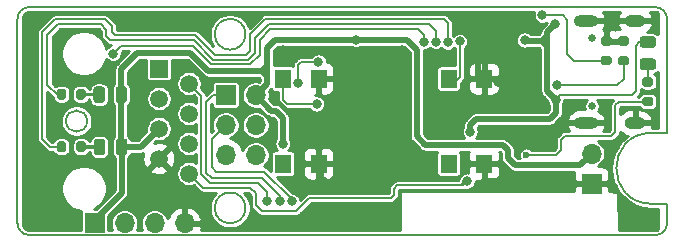
<source format=gbr>
%TF.GenerationSoftware,KiCad,Pcbnew,(5.1.10)-1*%
%TF.CreationDate,2021-10-06T18:40:40-05:00*%
%TF.ProjectId,BYTE_Control_Board,42595445-5f43-46f6-9e74-726f6c5f426f,v2.2*%
%TF.SameCoordinates,Original*%
%TF.FileFunction,Copper,L2,Bot*%
%TF.FilePolarity,Positive*%
%FSLAX46Y46*%
G04 Gerber Fmt 4.6, Leading zero omitted, Abs format (unit mm)*
G04 Created by KiCad (PCBNEW (5.1.10)-1) date 2021-10-06 18:40:40*
%MOMM*%
%LPD*%
G01*
G04 APERTURE LIST*
%TA.AperFunction,Profile*%
%ADD10C,0.200000*%
%TD*%
%TA.AperFunction,ComponentPad*%
%ADD11O,1.700000X1.700000*%
%TD*%
%TA.AperFunction,ComponentPad*%
%ADD12R,1.700000X1.700000*%
%TD*%
%TA.AperFunction,SMDPad,CuDef*%
%ADD13R,1.400000X1.600000*%
%TD*%
%TA.AperFunction,ComponentPad*%
%ADD14C,0.650000*%
%TD*%
%TA.AperFunction,ComponentPad*%
%ADD15O,1.800000X1.000000*%
%TD*%
%TA.AperFunction,ComponentPad*%
%ADD16O,2.100000X1.000000*%
%TD*%
%TA.AperFunction,ComponentPad*%
%ADD17C,1.500000*%
%TD*%
%TA.AperFunction,ComponentPad*%
%ADD18R,1.500000X1.500000*%
%TD*%
%TA.AperFunction,ViaPad*%
%ADD19C,0.800000*%
%TD*%
%TA.AperFunction,ViaPad*%
%ADD20C,0.600000*%
%TD*%
%TA.AperFunction,Conductor*%
%ADD21C,0.500000*%
%TD*%
%TA.AperFunction,Conductor*%
%ADD22C,0.200000*%
%TD*%
%TA.AperFunction,Conductor*%
%ADD23C,0.300000*%
%TD*%
%TA.AperFunction,Conductor*%
%ADD24C,0.250000*%
%TD*%
%TA.AperFunction,Conductor*%
%ADD25C,0.150000*%
%TD*%
%TA.AperFunction,Conductor*%
%ADD26C,0.254000*%
%TD*%
%TA.AperFunction,Conductor*%
%ADD27C,0.100000*%
%TD*%
G04 APERTURE END LIST*
D10*
X121480000Y-143220004D02*
G75*
G02*
X120480000Y-142220004I0J1000000D01*
G01*
X174480000Y-123920004D02*
G75*
G02*
X175480000Y-124920004I0J-1000000D01*
G01*
X174180000Y-140570004D02*
X175480000Y-140570004D01*
X174480000Y-143220004D02*
X121480000Y-143220004D01*
X120480000Y-124920004D02*
G75*
G02*
X121480000Y-123920004I1000000J0D01*
G01*
X126380000Y-133570004D02*
G75*
G03*
X126380000Y-133570004I-900000J0D01*
G01*
X139780001Y-126220004D02*
G75*
G03*
X139780001Y-126220004I-1300001J0D01*
G01*
X174180000Y-140570004D02*
G75*
G02*
X174180000Y-134570004I0J3000000D01*
G01*
X139780001Y-140920004D02*
G75*
G03*
X139780001Y-140920004I-1300001J0D01*
G01*
X175480000Y-140570004D02*
X175480000Y-142220004D01*
X175480000Y-142220004D02*
G75*
G02*
X174480000Y-143220004I-1000000J0D01*
G01*
X120480000Y-142220004D02*
X120480000Y-124920004D01*
X175480000Y-134570004D02*
X174180000Y-134570004D01*
X121480000Y-123920004D02*
X174480000Y-123920004D01*
X175480000Y-124920004D02*
X175480000Y-134570004D01*
D11*
%TO.P,J4,4*%
%TO.N,GND*%
X134620000Y-142210000D03*
%TO.P,J4,3*%
%TO.N,/SWDIO*%
X132080000Y-142210000D03*
%TO.P,J4,2*%
%TO.N,/SWCLK*%
X129540000Y-142210000D03*
D12*
%TO.P,J4,1*%
%TO.N,+BATT*%
X127000000Y-142210000D03*
%TD*%
D13*
%TO.P,SW1,2*%
%TO.N,GND*%
X145980000Y-129970004D03*
X145980000Y-137170004D03*
%TO.P,SW1,1*%
%TO.N,/SIO_20*%
X142980000Y-129970004D03*
%TO.P,SW1,*%
%TO.N,*%
X142980000Y-137170004D03*
%TD*%
%TO.P,SW2,2*%
%TO.N,GND*%
X159980000Y-129970004D03*
X159980000Y-137170004D03*
%TO.P,SW2,1*%
%TO.N,/SIO_0*%
X156980000Y-129970004D03*
%TO.P,SW2,*%
%TO.N,*%
X156980000Y-137170004D03*
%TD*%
D11*
%TO.P,J3,6*%
%TO.N,/SCL*%
X140640000Y-136450000D03*
%TO.P,J3,5*%
%TO.N,GND*%
X138100000Y-136450000D03*
%TO.P,J3,4*%
%TO.N,/SDA*%
X140640000Y-133910000D03*
%TO.P,J3,3*%
%TO.N,/SIO_24*%
X138100000Y-133910000D03*
%TO.P,J3,2*%
%TO.N,+BATT*%
X140640000Y-131370000D03*
D12*
%TO.P,J3,1*%
%TO.N,/SIO_25*%
X138100000Y-131370000D03*
%TD*%
%TO.P,R12,2*%
%TO.N,GND*%
%TA.AperFunction,SMDPad,CuDef*%
G36*
G01*
X172065000Y-127205000D02*
X171515000Y-127205000D01*
G75*
G02*
X171315000Y-127005000I0J200000D01*
G01*
X171315000Y-126605000D01*
G75*
G02*
X171515000Y-126405000I200000J0D01*
G01*
X172065000Y-126405000D01*
G75*
G02*
X172265000Y-126605000I0J-200000D01*
G01*
X172265000Y-127005000D01*
G75*
G02*
X172065000Y-127205000I-200000J0D01*
G01*
G37*
%TD.AperFunction*%
%TO.P,R12,1*%
%TO.N,/CC1*%
%TA.AperFunction,SMDPad,CuDef*%
G36*
G01*
X172065000Y-128855000D02*
X171515000Y-128855000D01*
G75*
G02*
X171315000Y-128655000I0J200000D01*
G01*
X171315000Y-128255000D01*
G75*
G02*
X171515000Y-128055000I200000J0D01*
G01*
X172065000Y-128055000D01*
G75*
G02*
X172265000Y-128255000I0J-200000D01*
G01*
X172265000Y-128655000D01*
G75*
G02*
X172065000Y-128855000I-200000J0D01*
G01*
G37*
%TD.AperFunction*%
%TD*%
%TO.P,R11,2*%
%TO.N,/CC2*%
%TA.AperFunction,SMDPad,CuDef*%
G36*
G01*
X170045000Y-128050000D02*
X170595000Y-128050000D01*
G75*
G02*
X170795000Y-128250000I0J-200000D01*
G01*
X170795000Y-128650000D01*
G75*
G02*
X170595000Y-128850000I-200000J0D01*
G01*
X170045000Y-128850000D01*
G75*
G02*
X169845000Y-128650000I0J200000D01*
G01*
X169845000Y-128250000D01*
G75*
G02*
X170045000Y-128050000I200000J0D01*
G01*
G37*
%TD.AperFunction*%
%TO.P,R11,1*%
%TO.N,GND*%
%TA.AperFunction,SMDPad,CuDef*%
G36*
G01*
X170045000Y-126400000D02*
X170595000Y-126400000D01*
G75*
G02*
X170795000Y-126600000I0J-200000D01*
G01*
X170795000Y-127000000D01*
G75*
G02*
X170595000Y-127200000I-200000J0D01*
G01*
X170045000Y-127200000D01*
G75*
G02*
X169845000Y-127000000I0J200000D01*
G01*
X169845000Y-126600000D01*
G75*
G02*
X170045000Y-126400000I200000J0D01*
G01*
G37*
%TD.AperFunction*%
%TD*%
D11*
%TO.P,J2,2*%
%TO.N,+BATT*%
X169080000Y-136320000D03*
D12*
%TO.P,J2,1*%
%TO.N,GND*%
X169080000Y-138860000D03*
%TD*%
%TO.P,R6,2*%
%TO.N,Net-(D3-Pad1)*%
%TA.AperFunction,SMDPad,CuDef*%
G36*
G01*
X125445000Y-131565000D02*
X125445000Y-131015000D01*
G75*
G02*
X125645000Y-130815000I200000J0D01*
G01*
X126045000Y-130815000D01*
G75*
G02*
X126245000Y-131015000I0J-200000D01*
G01*
X126245000Y-131565000D01*
G75*
G02*
X126045000Y-131765000I-200000J0D01*
G01*
X125645000Y-131765000D01*
G75*
G02*
X125445000Y-131565000I0J200000D01*
G01*
G37*
%TD.AperFunction*%
%TO.P,R6,1*%
%TO.N,/SIO_5*%
%TA.AperFunction,SMDPad,CuDef*%
G36*
G01*
X123795000Y-131565000D02*
X123795000Y-131015000D01*
G75*
G02*
X123995000Y-130815000I200000J0D01*
G01*
X124395000Y-130815000D01*
G75*
G02*
X124595000Y-131015000I0J-200000D01*
G01*
X124595000Y-131565000D01*
G75*
G02*
X124395000Y-131765000I-200000J0D01*
G01*
X123995000Y-131765000D01*
G75*
G02*
X123795000Y-131565000I0J200000D01*
G01*
G37*
%TD.AperFunction*%
%TD*%
%TO.P,D3,2*%
%TO.N,+BATT*%
%TA.AperFunction,SMDPad,CuDef*%
G36*
G01*
X128780000Y-131786250D02*
X128780000Y-130873750D01*
G75*
G02*
X129023750Y-130630000I243750J0D01*
G01*
X129511250Y-130630000D01*
G75*
G02*
X129755000Y-130873750I0J-243750D01*
G01*
X129755000Y-131786250D01*
G75*
G02*
X129511250Y-132030000I-243750J0D01*
G01*
X129023750Y-132030000D01*
G75*
G02*
X128780000Y-131786250I0J243750D01*
G01*
G37*
%TD.AperFunction*%
%TO.P,D3,1*%
%TO.N,Net-(D3-Pad1)*%
%TA.AperFunction,SMDPad,CuDef*%
G36*
G01*
X126905000Y-131786250D02*
X126905000Y-130873750D01*
G75*
G02*
X127148750Y-130630000I243750J0D01*
G01*
X127636250Y-130630000D01*
G75*
G02*
X127880000Y-130873750I0J-243750D01*
G01*
X127880000Y-131786250D01*
G75*
G02*
X127636250Y-132030000I-243750J0D01*
G01*
X127148750Y-132030000D01*
G75*
G02*
X126905000Y-131786250I0J243750D01*
G01*
G37*
%TD.AperFunction*%
%TD*%
D14*
%TO.P,P1,*%
%TO.N,*%
X169120000Y-126510000D03*
X169120000Y-132290000D03*
D15*
%TO.P,P1,S1*%
%TO.N,GND*%
X172770000Y-125080000D03*
X172770000Y-133720000D03*
D16*
X168620000Y-125080000D03*
X168620000Y-133720000D03*
%TD*%
%TO.P,R4,2*%
%TO.N,Net-(D2-Pad1)*%
%TA.AperFunction,SMDPad,CuDef*%
G36*
G01*
X125465000Y-136025000D02*
X125465000Y-135475000D01*
G75*
G02*
X125665000Y-135275000I200000J0D01*
G01*
X126065000Y-135275000D01*
G75*
G02*
X126265000Y-135475000I0J-200000D01*
G01*
X126265000Y-136025000D01*
G75*
G02*
X126065000Y-136225000I-200000J0D01*
G01*
X125665000Y-136225000D01*
G75*
G02*
X125465000Y-136025000I0J200000D01*
G01*
G37*
%TD.AperFunction*%
%TO.P,R4,1*%
%TO.N,/SIO_1*%
%TA.AperFunction,SMDPad,CuDef*%
G36*
G01*
X123815000Y-136025000D02*
X123815000Y-135475000D01*
G75*
G02*
X124015000Y-135275000I200000J0D01*
G01*
X124415000Y-135275000D01*
G75*
G02*
X124615000Y-135475000I0J-200000D01*
G01*
X124615000Y-136025000D01*
G75*
G02*
X124415000Y-136225000I-200000J0D01*
G01*
X124015000Y-136225000D01*
G75*
G02*
X123815000Y-136025000I0J200000D01*
G01*
G37*
%TD.AperFunction*%
%TD*%
%TO.P,R1,2*%
%TO.N,Net-(D1-Pad1)*%
%TA.AperFunction,SMDPad,CuDef*%
G36*
G01*
X174125000Y-130655000D02*
X173575000Y-130655000D01*
G75*
G02*
X173375000Y-130455000I0J200000D01*
G01*
X173375000Y-130055000D01*
G75*
G02*
X173575000Y-129855000I200000J0D01*
G01*
X174125000Y-129855000D01*
G75*
G02*
X174325000Y-130055000I0J-200000D01*
G01*
X174325000Y-130455000D01*
G75*
G02*
X174125000Y-130655000I-200000J0D01*
G01*
G37*
%TD.AperFunction*%
%TO.P,R1,1*%
%TO.N,/STAT*%
%TA.AperFunction,SMDPad,CuDef*%
G36*
G01*
X174125000Y-132305000D02*
X173575000Y-132305000D01*
G75*
G02*
X173375000Y-132105000I0J200000D01*
G01*
X173375000Y-131705000D01*
G75*
G02*
X173575000Y-131505000I200000J0D01*
G01*
X174125000Y-131505000D01*
G75*
G02*
X174325000Y-131705000I0J-200000D01*
G01*
X174325000Y-132105000D01*
G75*
G02*
X174125000Y-132305000I-200000J0D01*
G01*
G37*
%TD.AperFunction*%
%TD*%
%TO.P,D2,2*%
%TO.N,+BATT*%
%TA.AperFunction,SMDPad,CuDef*%
G36*
G01*
X128810000Y-136211250D02*
X128810000Y-135298750D01*
G75*
G02*
X129053750Y-135055000I243750J0D01*
G01*
X129541250Y-135055000D01*
G75*
G02*
X129785000Y-135298750I0J-243750D01*
G01*
X129785000Y-136211250D01*
G75*
G02*
X129541250Y-136455000I-243750J0D01*
G01*
X129053750Y-136455000D01*
G75*
G02*
X128810000Y-136211250I0J243750D01*
G01*
G37*
%TD.AperFunction*%
%TO.P,D2,1*%
%TO.N,Net-(D2-Pad1)*%
%TA.AperFunction,SMDPad,CuDef*%
G36*
G01*
X126935000Y-136211250D02*
X126935000Y-135298750D01*
G75*
G02*
X127178750Y-135055000I243750J0D01*
G01*
X127666250Y-135055000D01*
G75*
G02*
X127910000Y-135298750I0J-243750D01*
G01*
X127910000Y-136211250D01*
G75*
G02*
X127666250Y-136455000I-243750J0D01*
G01*
X127178750Y-136455000D01*
G75*
G02*
X126935000Y-136211250I0J243750D01*
G01*
G37*
%TD.AperFunction*%
%TD*%
%TO.P,D1,2*%
%TO.N,VBUS*%
%TA.AperFunction,SMDPad,CuDef*%
G36*
G01*
X174306250Y-127370000D02*
X173393750Y-127370000D01*
G75*
G02*
X173150000Y-127126250I0J243750D01*
G01*
X173150000Y-126638750D01*
G75*
G02*
X173393750Y-126395000I243750J0D01*
G01*
X174306250Y-126395000D01*
G75*
G02*
X174550000Y-126638750I0J-243750D01*
G01*
X174550000Y-127126250D01*
G75*
G02*
X174306250Y-127370000I-243750J0D01*
G01*
G37*
%TD.AperFunction*%
%TO.P,D1,1*%
%TO.N,Net-(D1-Pad1)*%
%TA.AperFunction,SMDPad,CuDef*%
G36*
G01*
X174306250Y-129245000D02*
X173393750Y-129245000D01*
G75*
G02*
X173150000Y-129001250I0J243750D01*
G01*
X173150000Y-128513750D01*
G75*
G02*
X173393750Y-128270000I243750J0D01*
G01*
X174306250Y-128270000D01*
G75*
G02*
X174550000Y-128513750I0J-243750D01*
G01*
X174550000Y-129001250D01*
G75*
G02*
X174306250Y-129245000I-243750J0D01*
G01*
G37*
%TD.AperFunction*%
%TD*%
D17*
%TO.P,J1,8*%
%TO.N,/BYTE_SENSOR_2*%
X134990000Y-138015004D03*
%TO.P,J1,7*%
%TO.N,GND*%
X132450000Y-136745004D03*
%TO.P,J1,6*%
%TO.N,/Sensor_INT*%
X134990000Y-135475004D03*
%TO.P,J1,5*%
%TO.N,+BATT*%
X132450000Y-134205004D03*
%TO.P,J1,4*%
%TO.N,/SCL*%
X134990000Y-132935004D03*
%TO.P,J1,3*%
%TO.N,/SDA*%
X132450000Y-131665004D03*
%TO.P,J1,2*%
%TO.N,/BYTE_SENSOR_1*%
X134990000Y-130395004D03*
D18*
%TO.P,J1,1*%
%TO.N,Net-(J1-Pad1)*%
X132450000Y-129125004D03*
%TD*%
D19*
%TO.N,GND*%
X163530000Y-134520000D03*
X161150000Y-130280000D03*
X157590000Y-132900000D03*
X159480000Y-127750000D03*
X153040000Y-127530000D03*
X142940000Y-127570000D03*
X134520000Y-128770000D03*
X130850000Y-130580000D03*
X123120000Y-140610000D03*
X123120000Y-137370000D03*
X145592329Y-127600000D03*
X139954000Y-142494000D03*
X159512000Y-126746000D03*
X146350000Y-138675000D03*
X146532588Y-140909990D03*
X142650000Y-141950000D03*
X163810000Y-138450000D03*
X158490000Y-137130000D03*
%TO.N,VBUS*%
X166020000Y-125380000D03*
X166060000Y-131780000D03*
X158810000Y-134460000D03*
X163420000Y-126710000D03*
%TO.N,+BATT*%
X149145195Y-126680010D03*
X142950000Y-135480000D03*
D20*
%TO.N,/STAT*%
X163560000Y-136420000D03*
D19*
%TO.N,/CC2*%
X164920000Y-124630000D03*
%TO.N,/CC1*%
X166130000Y-130500000D03*
%TO.N,/BYTE_SENSOR_2*%
X158540000Y-138650000D03*
%TO.N,/Sensor_INT*%
X154879989Y-126860920D03*
X128580000Y-127860000D03*
%TO.N,/BYTE_SENSOR_1*%
X141600000Y-140350000D03*
%TO.N,/RST*%
X145950000Y-128560000D03*
X144230002Y-130350000D03*
%TO.N,/SIO_20*%
X145800000Y-132120000D03*
%TO.N,/SIO_24*%
X143720000Y-140360000D03*
%TO.N,/SIO_25*%
X142675000Y-140350000D03*
%TO.N,/SIO_1*%
X156910000Y-126900000D03*
%TO.N,/SIO_0*%
X157930000Y-126810000D03*
%TO.N,/SIO_5*%
X155880000Y-126860000D03*
%TD*%
D21*
%TO.N,GND*%
X159490000Y-130170000D02*
X159490000Y-127483353D01*
D22*
X160840004Y-129970004D02*
X161150000Y-130280000D01*
X159980000Y-129970004D02*
X160840004Y-129970004D01*
X146350000Y-137540004D02*
X145980000Y-137170004D01*
X146350000Y-138675000D02*
X146350000Y-137540004D01*
X159980000Y-137170004D02*
X159980000Y-138260000D01*
X160170000Y-138450000D02*
X163810000Y-138450000D01*
X159980000Y-138260000D02*
X160170000Y-138450000D01*
X158530004Y-137170004D02*
X158490000Y-137130000D01*
X159980000Y-137170004D02*
X158530004Y-137170004D01*
D21*
%TO.N,VBUS*%
X165550000Y-133380000D02*
X166060000Y-132870000D01*
X159320000Y-133380000D02*
X165550000Y-133380000D01*
X166060000Y-132870000D02*
X166060000Y-131780000D01*
X158810000Y-133890000D02*
X159320000Y-133380000D01*
X158810000Y-134460000D02*
X158810000Y-133890000D01*
X165399998Y-131119998D02*
X165419998Y-131139998D01*
X165389998Y-131109998D02*
X165329998Y-131049998D01*
X165429998Y-131149998D02*
X165419998Y-131139998D01*
X165389998Y-131109998D02*
X165399998Y-131119998D01*
X165429998Y-131149998D02*
X165449998Y-131169998D01*
X166060000Y-131780000D02*
X165449998Y-131169998D01*
X165329998Y-128860002D02*
X165329998Y-131049998D01*
X165329998Y-126070002D02*
X166020000Y-125380000D01*
X165329998Y-126810002D02*
X165329998Y-126070002D01*
X163520002Y-126810002D02*
X163420000Y-126710000D01*
X165329998Y-126070002D02*
X165329998Y-126390006D01*
X165329998Y-126390006D02*
X164910002Y-126810002D01*
X164910002Y-126810002D02*
X163520002Y-126810002D01*
X165329998Y-126810002D02*
X164910002Y-126810002D01*
X165329998Y-127229998D02*
X164910002Y-126810002D01*
X165329998Y-127483998D02*
X165329998Y-127229998D01*
X165329998Y-128860002D02*
X165329998Y-127483998D01*
X165329998Y-127483998D02*
X165329998Y-126810002D01*
D22*
X166450000Y-131390000D02*
X166060000Y-131780000D01*
X172840000Y-131030000D02*
X172480000Y-131390000D01*
X172840000Y-127180000D02*
X172840000Y-131030000D01*
X172480000Y-131390000D02*
X166450000Y-131390000D01*
X173137500Y-126882500D02*
X172840000Y-127180000D01*
X173850000Y-126882500D02*
X173137500Y-126882500D01*
D21*
%TO.N,+BATT*%
X168230001Y-137169999D02*
X169080000Y-136320000D01*
X162580000Y-137300000D02*
X168100000Y-137300000D01*
X168100000Y-137300000D02*
X168230001Y-137169999D01*
X162010000Y-136730000D02*
X162580000Y-137300000D01*
X162010000Y-136040000D02*
X162010000Y-136730000D01*
X161550000Y-135580000D02*
X162010000Y-136040000D01*
X155000000Y-135580000D02*
X161550000Y-135580000D01*
X154290000Y-134870000D02*
X155000000Y-135580000D01*
X153448001Y-126679999D02*
X154290000Y-127521998D01*
X149145206Y-126679999D02*
X153448001Y-126679999D01*
X154290000Y-127521998D02*
X154290000Y-134870000D01*
X149145195Y-126680010D02*
X149145206Y-126679999D01*
X149145195Y-126680010D02*
X142259990Y-126680010D01*
X142259990Y-126680010D02*
X141590000Y-127350000D01*
X141590000Y-130420000D02*
X140640000Y-131370000D01*
X129267500Y-135725000D02*
X129297500Y-135755000D01*
X129267500Y-131330000D02*
X129267500Y-135725000D01*
X130900004Y-135755000D02*
X132450000Y-134205004D01*
X129297500Y-135755000D02*
X130900004Y-135755000D01*
X127000000Y-142210000D02*
X127000000Y-141960000D01*
X129297500Y-139662500D02*
X129297500Y-135755000D01*
X127000000Y-141960000D02*
X129297500Y-139662500D01*
X135120768Y-127800000D02*
X130620000Y-127800000D01*
X130620000Y-127800000D02*
X129267500Y-129152500D01*
X129267500Y-129152500D02*
X129267500Y-131330000D01*
X136640799Y-129320031D02*
X135120768Y-127800000D01*
X141499969Y-129320031D02*
X141590000Y-129230000D01*
X138130031Y-129320031D02*
X136640799Y-129320031D01*
X141590000Y-129750062D02*
X141159969Y-129320031D01*
X141590000Y-129960000D02*
X141590000Y-129750062D01*
X141159969Y-129320031D02*
X141499969Y-129320031D01*
X141590000Y-129230000D02*
X141590000Y-129960000D01*
X138130031Y-129320031D02*
X141159969Y-129320031D01*
X141590000Y-129960000D02*
X141590000Y-130420000D01*
X141590000Y-128890000D02*
X141159969Y-129320031D01*
X141590000Y-128320000D02*
X141590000Y-128890000D01*
X141590000Y-127350000D02*
X141590000Y-128320000D01*
X141590000Y-128320000D02*
X141590000Y-129230000D01*
X142950000Y-135480000D02*
X142950000Y-133300000D01*
X142950000Y-133300000D02*
X142350000Y-132700000D01*
X141970000Y-132700000D02*
X140640000Y-131370000D01*
X142350000Y-132700000D02*
X141970000Y-132700000D01*
D22*
%TO.N,Net-(D1-Pad1)*%
X173850000Y-128757500D02*
X173850000Y-130255000D01*
D23*
%TO.N,Net-(D2-Pad1)*%
X127417500Y-135750000D02*
X127422500Y-135755000D01*
X125865000Y-135750000D02*
X127417500Y-135750000D01*
D22*
%TO.N,/STAT*%
X171420000Y-131920000D02*
X173490000Y-131920000D01*
X171090000Y-132250000D02*
X171420000Y-131920000D01*
X171090000Y-134480000D02*
X171090000Y-132250000D01*
X166810000Y-134830000D02*
X170740000Y-134830000D01*
X166510000Y-135130000D02*
X166810000Y-134830000D01*
X166510000Y-135990000D02*
X166510000Y-135130000D01*
X166080000Y-136420000D02*
X166510000Y-135990000D01*
X170740000Y-134830000D02*
X171090000Y-134480000D01*
X163560000Y-136420000D02*
X166080000Y-136420000D01*
%TO.N,/CC2*%
X164920000Y-124630000D02*
X166640000Y-124630000D01*
X170320000Y-128450000D02*
X167580000Y-128450000D01*
X167580000Y-128450000D02*
X166980000Y-127850000D01*
X166980000Y-124970000D02*
X166640000Y-124630000D01*
X166980000Y-127850000D02*
X166980000Y-124970000D01*
%TO.N,/CC1*%
X171790000Y-128455000D02*
X171790000Y-129990000D01*
X171790000Y-129990000D02*
X171280000Y-130500000D01*
X171280000Y-130500000D02*
X166130000Y-130500000D01*
D24*
%TO.N,Net-(D3-Pad1)*%
X127352500Y-131290000D02*
X127392500Y-131330000D01*
X125845000Y-131290000D02*
X127352500Y-131290000D01*
D22*
%TO.N,/BYTE_SENSOR_2*%
X136190000Y-139215004D02*
X134990000Y-138015004D01*
X139685004Y-139215004D02*
X138709996Y-139215004D01*
X138709996Y-139215004D02*
X136190000Y-139215004D01*
X140650000Y-139700000D02*
X140650000Y-140670000D01*
X152320000Y-139840000D02*
X152320000Y-139310000D01*
X141170000Y-141190000D02*
X144090000Y-141190000D01*
X140650000Y-140670000D02*
X141170000Y-141190000D01*
X152080000Y-140080000D02*
X152320000Y-139840000D01*
X144090000Y-141190000D02*
X145200000Y-140080000D01*
X152320000Y-139310000D02*
X152630000Y-139000000D01*
X145200000Y-140080000D02*
X152080000Y-140080000D01*
X158020000Y-139000000D02*
X158540000Y-138480000D01*
X138709996Y-139215004D02*
X140165004Y-139215004D01*
X140165004Y-139215004D02*
X140650000Y-139700000D01*
X158190000Y-139000000D02*
X158540000Y-138650000D01*
X152630000Y-139000000D02*
X157680000Y-139000000D01*
X157680000Y-139000000D02*
X158190000Y-139000000D01*
X157680000Y-139000000D02*
X158020000Y-139000000D01*
%TO.N,/Sensor_INT*%
X135328600Y-127230000D02*
X129210000Y-127230000D01*
X136868620Y-128770020D02*
X135328600Y-127230000D01*
X140191380Y-128770020D02*
X136868620Y-128770020D01*
X141000022Y-127961378D02*
X140191380Y-128770020D01*
X141000022Y-126683621D02*
X141000022Y-127961378D01*
X129210000Y-127230000D02*
X128580000Y-127860000D01*
X141883643Y-125800000D02*
X141000022Y-126683621D01*
X154420000Y-125800000D02*
X141883643Y-125800000D01*
X154879989Y-126259989D02*
X154420000Y-125800000D01*
X154879989Y-126860920D02*
X154879989Y-126259989D01*
%TO.N,/BYTE_SENSOR_1*%
X136049991Y-131454995D02*
X134990000Y-130395004D01*
X136049991Y-138071391D02*
X136049991Y-131454995D01*
X136782334Y-138803734D02*
X136049991Y-138071391D01*
X140803734Y-138803734D02*
X136782334Y-138803734D01*
X141600000Y-139600000D02*
X140803734Y-138803734D01*
X141600000Y-139600000D02*
X141600000Y-140350000D01*
%TO.N,/RST*%
X144230002Y-130350000D02*
X144230002Y-128819998D01*
X144490000Y-128560000D02*
X145950000Y-128560000D01*
X144230002Y-128819998D02*
X144490000Y-128560000D01*
D25*
%TO.N,/SIO_20*%
X145800000Y-132120000D02*
X143330000Y-132120000D01*
X142980000Y-131770000D02*
X142980000Y-129970004D01*
X143330000Y-132120000D02*
X142980000Y-131770000D01*
D22*
%TO.N,/SIO_24*%
X137319999Y-137839999D02*
X141389999Y-137839999D01*
X143720000Y-140170000D02*
X143720000Y-140360000D01*
X136949999Y-137469999D02*
X137319999Y-137839999D01*
X141389999Y-137839999D02*
X143720000Y-140170000D01*
X136949999Y-135060001D02*
X136949999Y-137469999D01*
X138100000Y-133910000D02*
X136949999Y-135060001D01*
%TO.N,/SIO_25*%
X138100000Y-131370000D02*
X137170000Y-131370000D01*
X136470000Y-131950000D02*
X136470000Y-137925700D01*
X138100000Y-131370000D02*
X137050000Y-131370000D01*
X137050000Y-131370000D02*
X136470000Y-131950000D01*
X136948023Y-138403723D02*
X141146729Y-138403723D01*
X136470000Y-137925700D02*
X136948023Y-138403723D01*
X142671503Y-140346503D02*
X142671503Y-139928497D01*
X142675000Y-140350000D02*
X142671503Y-140346503D01*
X141146729Y-138403723D02*
X142671503Y-139928497D01*
%TO.N,/SIO_1*%
X122580000Y-135070000D02*
X123260000Y-135750000D01*
X123260000Y-135750000D02*
X124215000Y-135750000D01*
X123650000Y-124950000D02*
X122580000Y-126020000D01*
X156910000Y-126900000D02*
X156910000Y-125230000D01*
X140200000Y-126190000D02*
X140200000Y-127630000D01*
X156600000Y-124920000D02*
X141470000Y-124920000D01*
X140200000Y-127630000D02*
X139860878Y-127969122D01*
X156910000Y-125230000D02*
X156600000Y-124920000D01*
X128460000Y-125510000D02*
X127900000Y-124950000D01*
X139860878Y-127969122D02*
X137209122Y-127969122D01*
X141470000Y-124920000D02*
X140200000Y-126190000D01*
X137209122Y-127969122D02*
X135510000Y-126270000D01*
X122580000Y-126020000D02*
X122580000Y-135070000D01*
X135510000Y-126270000D02*
X128730000Y-126270000D01*
X128730000Y-126270000D02*
X128460000Y-126000000D01*
X128460000Y-126000000D02*
X128460000Y-125510000D01*
X127900000Y-124950000D02*
X123650000Y-124950000D01*
%TO.N,/SIO_0*%
X157930000Y-126810000D02*
X157930000Y-129880000D01*
X157640000Y-130170000D02*
X156490000Y-130170000D01*
X157930000Y-129880000D02*
X157640000Y-130170000D01*
%TO.N,/SIO_5*%
X123795000Y-131290000D02*
X124195000Y-131290000D01*
X123020000Y-126240000D02*
X123020000Y-130515000D01*
X123880011Y-125379989D02*
X123020000Y-126240000D01*
X123020000Y-130515000D02*
X123795000Y-131290000D01*
X155880000Y-126860000D02*
X155880000Y-125960000D01*
X155299989Y-125379989D02*
X141737954Y-125379989D01*
X155880000Y-125960000D02*
X155299989Y-125379989D01*
X141737954Y-125379989D02*
X140600011Y-126517932D01*
X140600011Y-126517932D02*
X140600011Y-127795689D01*
X140600011Y-127795689D02*
X140025691Y-128370009D01*
X140025691Y-128370009D02*
X137034309Y-128370009D01*
X137034309Y-128370009D02*
X135384300Y-126720000D01*
X135384300Y-126720000D02*
X128350000Y-126720000D01*
X128350000Y-126720000D02*
X128000000Y-126370000D01*
X128000000Y-126370000D02*
X128000000Y-125829978D01*
X128000000Y-125829978D02*
X127550011Y-125379989D01*
X127550011Y-125379989D02*
X123880011Y-125379989D01*
%TD*%
D26*
%TO.N,GND*%
X153713000Y-127760999D02*
X153713001Y-134841659D01*
X153710210Y-134870000D01*
X153721349Y-134983111D01*
X153747708Y-135070000D01*
X153754344Y-135091876D01*
X153807922Y-135192115D01*
X153838840Y-135229788D01*
X153861963Y-135257964D01*
X153861966Y-135257967D01*
X153880027Y-135279974D01*
X153902034Y-135298035D01*
X154571961Y-135967962D01*
X154590026Y-135989974D01*
X154677885Y-136062079D01*
X154778124Y-136115657D01*
X154819213Y-136128121D01*
X154886888Y-136148651D01*
X155000000Y-136159791D01*
X155028339Y-136157000D01*
X156031786Y-136157000D01*
X156006794Y-136187454D01*
X155976430Y-136244261D01*
X155957732Y-136305901D01*
X155951418Y-136370004D01*
X155951418Y-137970004D01*
X155957732Y-138034107D01*
X155976430Y-138095747D01*
X156006794Y-138152554D01*
X156047657Y-138202347D01*
X156097450Y-138243210D01*
X156154257Y-138273574D01*
X156215897Y-138292272D01*
X156280000Y-138298586D01*
X157680000Y-138298586D01*
X157744103Y-138292272D01*
X157805743Y-138273574D01*
X157862550Y-138243210D01*
X157912343Y-138202347D01*
X157953206Y-138152554D01*
X157983570Y-138095747D01*
X158002268Y-138034107D01*
X158008582Y-137970004D01*
X158008582Y-136370004D01*
X158002268Y-136305901D01*
X157983570Y-136244261D01*
X157953206Y-136187454D01*
X157928214Y-136157000D01*
X158681041Y-136157000D01*
X158654188Y-136245522D01*
X158641928Y-136370004D01*
X158645000Y-136884254D01*
X158803750Y-137043004D01*
X159853000Y-137043004D01*
X159853000Y-137023004D01*
X160107000Y-137023004D01*
X160107000Y-137043004D01*
X161156250Y-137043004D01*
X161315000Y-136884254D01*
X161318072Y-136370004D01*
X161305812Y-136245522D01*
X161278959Y-136157000D01*
X161310999Y-136157000D01*
X161433000Y-136279002D01*
X161433000Y-136701669D01*
X161430210Y-136730000D01*
X161433000Y-136758331D01*
X161433000Y-136758336D01*
X161434814Y-136776755D01*
X161441349Y-136843111D01*
X161444944Y-136854960D01*
X161474343Y-136951876D01*
X161527922Y-137052115D01*
X161556750Y-137087242D01*
X161581963Y-137117964D01*
X161581966Y-137117967D01*
X161600027Y-137139974D01*
X161622034Y-137158035D01*
X162151961Y-137687962D01*
X162170026Y-137709974D01*
X162257885Y-137782079D01*
X162358124Y-137835657D01*
X162402782Y-137849204D01*
X162466888Y-137868651D01*
X162524886Y-137874363D01*
X162551664Y-137877000D01*
X162551669Y-137877000D01*
X162580000Y-137879790D01*
X162608331Y-137877000D01*
X167606772Y-137877000D01*
X167604188Y-137885518D01*
X167591928Y-138010000D01*
X167595000Y-138574250D01*
X167753750Y-138733000D01*
X168953000Y-138733000D01*
X168953000Y-138713000D01*
X169207000Y-138713000D01*
X169207000Y-138733000D01*
X170406250Y-138733000D01*
X170565000Y-138574250D01*
X170568072Y-138010000D01*
X170555812Y-137885518D01*
X170519502Y-137765820D01*
X170460537Y-137655506D01*
X170381185Y-137558815D01*
X170284494Y-137479463D01*
X170174180Y-137420498D01*
X170054482Y-137384188D01*
X169930000Y-137371928D01*
X169611890Y-137373660D01*
X169637519Y-137363044D01*
X169830294Y-137234236D01*
X169994236Y-137070294D01*
X170123044Y-136877519D01*
X170211769Y-136663318D01*
X170257000Y-136435924D01*
X170257000Y-136204076D01*
X170211769Y-135976682D01*
X170123044Y-135762481D01*
X169994236Y-135569706D01*
X169830294Y-135405764D01*
X169637519Y-135276956D01*
X169589341Y-135257000D01*
X170719033Y-135257000D01*
X170740000Y-135259065D01*
X170760967Y-135257000D01*
X170760978Y-135257000D01*
X170823707Y-135250822D01*
X170904196Y-135226405D01*
X170978376Y-135186755D01*
X171043395Y-135133395D01*
X171056768Y-135117100D01*
X171377106Y-134796763D01*
X171393395Y-134783395D01*
X171406764Y-134767105D01*
X171406768Y-134767101D01*
X171446756Y-134718377D01*
X171481728Y-134652946D01*
X171486405Y-134644196D01*
X171510822Y-134563707D01*
X171517000Y-134500978D01*
X171517000Y-134500967D01*
X171519065Y-134480000D01*
X171518551Y-134474784D01*
X171633831Y-134593161D01*
X171818322Y-134720003D01*
X172024013Y-134808415D01*
X172134047Y-134831823D01*
X171762112Y-135143913D01*
X171735041Y-135171557D01*
X171707573Y-135198834D01*
X171703805Y-135203454D01*
X171336930Y-135659754D01*
X171315721Y-135692164D01*
X171294098Y-135724222D01*
X171291298Y-135729486D01*
X171020039Y-136248356D01*
X171005532Y-136284262D01*
X170990545Y-136319916D01*
X170988821Y-136325624D01*
X170823511Y-136887300D01*
X170816252Y-136925352D01*
X170808478Y-136963226D01*
X170807895Y-136969160D01*
X170754830Y-137552248D01*
X170755101Y-137590987D01*
X170754831Y-137629648D01*
X170755412Y-137635582D01*
X170816613Y-138217871D01*
X170824399Y-138255801D01*
X170831647Y-138293798D01*
X170833370Y-138299506D01*
X171006507Y-138858819D01*
X171021514Y-138894519D01*
X171036002Y-138930378D01*
X171038799Y-138935638D01*
X171038801Y-138935643D01*
X171038804Y-138935647D01*
X171317277Y-139450674D01*
X171338922Y-139482765D01*
X171360110Y-139515143D01*
X171363872Y-139519756D01*
X171363877Y-139519763D01*
X171363883Y-139519769D01*
X171737088Y-139970896D01*
X171764575Y-139998192D01*
X171791627Y-140025816D01*
X171796220Y-140029617D01*
X172249948Y-140399669D01*
X172282220Y-140421111D01*
X172314117Y-140442951D01*
X172319356Y-140445784D01*
X172319360Y-140445787D01*
X172319364Y-140445789D01*
X172836325Y-140720661D01*
X172872144Y-140735425D01*
X172907677Y-140750654D01*
X172913363Y-140752414D01*
X172913373Y-140752418D01*
X172913383Y-140752420D01*
X173473880Y-140921644D01*
X173511869Y-140929166D01*
X173549699Y-140937207D01*
X173555629Y-140937831D01*
X174137866Y-140994920D01*
X174159022Y-140997004D01*
X174713000Y-140997004D01*
X174713000Y-142739993D01*
X174701255Y-142746343D01*
X174594807Y-142779294D01*
X174464371Y-142793004D01*
X171382001Y-142793004D01*
X171356996Y-139658987D01*
X171354587Y-139635360D01*
X171347386Y-139611528D01*
X171335674Y-139589558D01*
X171319901Y-139570296D01*
X171300673Y-139554481D01*
X171278729Y-139542721D01*
X171254913Y-139535467D01*
X171230139Y-139533000D01*
X170567104Y-139532274D01*
X170565000Y-139145750D01*
X170406250Y-138987000D01*
X169207000Y-138987000D01*
X169207000Y-139007000D01*
X168953000Y-139007000D01*
X168953000Y-138987000D01*
X167753750Y-138987000D01*
X167595000Y-139145750D01*
X167592913Y-139529016D01*
X152970139Y-139513000D01*
X152944231Y-139515642D01*
X152920465Y-139523059D01*
X152898602Y-139534970D01*
X152879484Y-139550917D01*
X152863844Y-139570287D01*
X152852283Y-139592337D01*
X152845247Y-139616218D01*
X152843004Y-139641013D01*
X152868153Y-142793004D01*
X135981272Y-142793004D01*
X136061481Y-142566891D01*
X135940814Y-142337000D01*
X134747000Y-142337000D01*
X134747000Y-142357000D01*
X134493000Y-142357000D01*
X134493000Y-142337000D01*
X134473000Y-142337000D01*
X134473000Y-142083000D01*
X134493000Y-142083000D01*
X134493000Y-140889845D01*
X134747000Y-140889845D01*
X134747000Y-142083000D01*
X135940814Y-142083000D01*
X136061481Y-141853109D01*
X135964157Y-141578748D01*
X135815178Y-141328645D01*
X135620269Y-141112412D01*
X135386920Y-140938359D01*
X135124099Y-140813175D01*
X134976890Y-140768524D01*
X134747000Y-140889845D01*
X134493000Y-140889845D01*
X134263110Y-140768524D01*
X134115901Y-140813175D01*
X133853080Y-140938359D01*
X133619731Y-141112412D01*
X133424822Y-141328645D01*
X133275843Y-141578748D01*
X133191264Y-141817179D01*
X133123044Y-141652481D01*
X132994236Y-141459706D01*
X132830294Y-141295764D01*
X132637519Y-141166956D01*
X132423318Y-141078231D01*
X132195924Y-141033000D01*
X131964076Y-141033000D01*
X131736682Y-141078231D01*
X131522481Y-141166956D01*
X131329706Y-141295764D01*
X131165764Y-141459706D01*
X131036956Y-141652481D01*
X130948231Y-141866682D01*
X130903000Y-142094076D01*
X130903000Y-142325924D01*
X130948231Y-142553318D01*
X131036956Y-142767519D01*
X131053985Y-142793004D01*
X130566015Y-142793004D01*
X130583044Y-142767519D01*
X130671769Y-142553318D01*
X130717000Y-142325924D01*
X130717000Y-142094076D01*
X130671769Y-141866682D01*
X130583044Y-141652481D01*
X130454236Y-141459706D01*
X130290294Y-141295764D01*
X130097519Y-141166956D01*
X129883318Y-141078231D01*
X129655924Y-141033000D01*
X129424076Y-141033000D01*
X129196682Y-141078231D01*
X128982481Y-141166956D01*
X128789706Y-141295764D01*
X128625764Y-141459706D01*
X128496956Y-141652481D01*
X128408231Y-141866682D01*
X128363000Y-142094076D01*
X128363000Y-142325924D01*
X128408231Y-142553318D01*
X128496956Y-142767519D01*
X128513985Y-142793004D01*
X128178582Y-142793004D01*
X128178582Y-141597419D01*
X129685463Y-140090538D01*
X129707474Y-140072474D01*
X129779579Y-139984615D01*
X129833157Y-139884376D01*
X129852905Y-139819275D01*
X129866151Y-139775612D01*
X129877291Y-139662500D01*
X129874500Y-139634161D01*
X129874500Y-137701997D01*
X131672612Y-137701997D01*
X131738137Y-137940864D01*
X131985116Y-138056764D01*
X132249960Y-138122254D01*
X132522492Y-138134816D01*
X132792238Y-138093969D01*
X133048832Y-138001281D01*
X133161863Y-137940864D01*
X133227388Y-137701997D01*
X132450000Y-136924609D01*
X131672612Y-137701997D01*
X129874500Y-137701997D01*
X129874500Y-136674588D01*
X129945950Y-136615950D01*
X130017127Y-136529221D01*
X130070016Y-136430272D01*
X130099826Y-136332000D01*
X130871673Y-136332000D01*
X130900004Y-136334790D01*
X130928335Y-136332000D01*
X130928340Y-136332000D01*
X130958049Y-136329074D01*
X131013115Y-136323651D01*
X131057774Y-136310103D01*
X131121880Y-136290657D01*
X131137729Y-136282186D01*
X131072750Y-136544964D01*
X131060188Y-136817496D01*
X131101035Y-137087242D01*
X131193723Y-137343836D01*
X131254140Y-137456867D01*
X131493007Y-137522392D01*
X132270395Y-136745004D01*
X132629605Y-136745004D01*
X133406993Y-137522392D01*
X133645860Y-137456867D01*
X133761760Y-137209888D01*
X133827250Y-136945044D01*
X133839812Y-136672512D01*
X133798965Y-136402766D01*
X133706277Y-136146172D01*
X133645860Y-136033141D01*
X133406993Y-135967616D01*
X132629605Y-136745004D01*
X132270395Y-136745004D01*
X132256253Y-136730862D01*
X132435858Y-136551257D01*
X132450000Y-136565399D01*
X133227388Y-135788011D01*
X133161863Y-135549144D01*
X132914884Y-135433244D01*
X132650040Y-135367754D01*
X132377508Y-135355192D01*
X132107762Y-135396039D01*
X132056420Y-135414585D01*
X132214705Y-135256300D01*
X132343925Y-135282004D01*
X132556075Y-135282004D01*
X132764149Y-135240615D01*
X132960151Y-135159429D01*
X133136547Y-135041564D01*
X133286560Y-134891551D01*
X133404425Y-134715155D01*
X133485611Y-134519153D01*
X133527000Y-134311079D01*
X133527000Y-134098929D01*
X133485611Y-133890855D01*
X133404425Y-133694853D01*
X133286560Y-133518457D01*
X133136547Y-133368444D01*
X132960151Y-133250579D01*
X132764149Y-133169393D01*
X132556075Y-133128004D01*
X132343925Y-133128004D01*
X132135851Y-133169393D01*
X131939849Y-133250579D01*
X131763453Y-133368444D01*
X131613440Y-133518457D01*
X131495575Y-133694853D01*
X131414389Y-133890855D01*
X131373000Y-134098929D01*
X131373000Y-134311079D01*
X131398704Y-134440299D01*
X130661003Y-135178000D01*
X130099826Y-135178000D01*
X130070016Y-135079728D01*
X130017127Y-134980779D01*
X129945950Y-134894050D01*
X129859221Y-134822873D01*
X129844500Y-134815005D01*
X129844500Y-132249588D01*
X129915950Y-132190950D01*
X129987127Y-132104221D01*
X130040016Y-132005272D01*
X130072585Y-131897906D01*
X130083582Y-131786250D01*
X130083582Y-131558929D01*
X131373000Y-131558929D01*
X131373000Y-131771079D01*
X131414389Y-131979153D01*
X131495575Y-132175155D01*
X131613440Y-132351551D01*
X131763453Y-132501564D01*
X131939849Y-132619429D01*
X132135851Y-132700615D01*
X132343925Y-132742004D01*
X132556075Y-132742004D01*
X132764149Y-132700615D01*
X132960151Y-132619429D01*
X133136547Y-132501564D01*
X133286560Y-132351551D01*
X133404425Y-132175155D01*
X133485611Y-131979153D01*
X133527000Y-131771079D01*
X133527000Y-131558929D01*
X133485611Y-131350855D01*
X133404425Y-131154853D01*
X133286560Y-130978457D01*
X133136547Y-130828444D01*
X132960151Y-130710579D01*
X132764149Y-130629393D01*
X132556075Y-130588004D01*
X132343925Y-130588004D01*
X132135851Y-130629393D01*
X131939849Y-130710579D01*
X131763453Y-130828444D01*
X131613440Y-130978457D01*
X131495575Y-131154853D01*
X131414389Y-131350855D01*
X131373000Y-131558929D01*
X130083582Y-131558929D01*
X130083582Y-130873750D01*
X130072585Y-130762094D01*
X130040016Y-130654728D01*
X129987127Y-130555779D01*
X129915950Y-130469050D01*
X129844500Y-130410412D01*
X129844500Y-129391501D01*
X130859001Y-128377000D01*
X131371418Y-128377000D01*
X131371418Y-129875004D01*
X131377732Y-129939107D01*
X131396430Y-130000747D01*
X131426794Y-130057554D01*
X131467657Y-130107347D01*
X131517450Y-130148210D01*
X131574257Y-130178574D01*
X131635897Y-130197272D01*
X131700000Y-130203586D01*
X133200000Y-130203586D01*
X133264103Y-130197272D01*
X133325743Y-130178574D01*
X133382550Y-130148210D01*
X133432343Y-130107347D01*
X133473206Y-130057554D01*
X133503570Y-130000747D01*
X133522268Y-129939107D01*
X133528582Y-129875004D01*
X133528582Y-128377000D01*
X134881767Y-128377000D01*
X136212760Y-129707993D01*
X136230825Y-129730005D01*
X136318684Y-129802110D01*
X136418923Y-129855688D01*
X136527687Y-129888681D01*
X136612463Y-129897031D01*
X136612469Y-129897031D01*
X136640798Y-129899821D01*
X136669127Y-129897031D01*
X140920968Y-129897031D01*
X141013000Y-129989063D01*
X141013000Y-130180999D01*
X140960339Y-130233660D01*
X140755924Y-130193000D01*
X140524076Y-130193000D01*
X140296682Y-130238231D01*
X140082481Y-130326956D01*
X139889706Y-130455764D01*
X139725764Y-130619706D01*
X139596956Y-130812481D01*
X139508231Y-131026682D01*
X139463000Y-131254076D01*
X139463000Y-131485924D01*
X139508231Y-131713318D01*
X139596956Y-131927519D01*
X139725764Y-132120294D01*
X139889706Y-132284236D01*
X140082481Y-132413044D01*
X140296682Y-132501769D01*
X140524076Y-132547000D01*
X140755924Y-132547000D01*
X140960338Y-132506340D01*
X141541965Y-133087967D01*
X141560026Y-133109974D01*
X141582033Y-133128035D01*
X141582035Y-133128037D01*
X141601980Y-133144405D01*
X141647885Y-133182079D01*
X141748124Y-133235657D01*
X141792615Y-133249153D01*
X141856888Y-133268651D01*
X141917971Y-133274666D01*
X141941664Y-133277000D01*
X141941668Y-133277000D01*
X141969999Y-133279790D01*
X141998330Y-133277000D01*
X142110999Y-133277000D01*
X142373001Y-133539003D01*
X142373000Y-135034975D01*
X142305741Y-135135636D01*
X142250938Y-135267942D01*
X142223000Y-135408397D01*
X142223000Y-135551603D01*
X142250938Y-135692058D01*
X142305741Y-135824364D01*
X142385302Y-135943436D01*
X142483288Y-136041422D01*
X142280000Y-136041422D01*
X142215897Y-136047736D01*
X142154257Y-136066434D01*
X142097450Y-136096798D01*
X142047657Y-136137661D01*
X142006794Y-136187454D01*
X141976430Y-136244261D01*
X141957732Y-136305901D01*
X141951418Y-136370004D01*
X141951418Y-137797550D01*
X141706766Y-137552898D01*
X141693394Y-137536604D01*
X141628375Y-137483244D01*
X141554195Y-137443594D01*
X141473706Y-137419177D01*
X141410977Y-137412999D01*
X141410966Y-137412999D01*
X141389999Y-137410934D01*
X141369032Y-137412999D01*
X141317315Y-137412999D01*
X141390294Y-137364236D01*
X141554236Y-137200294D01*
X141683044Y-137007519D01*
X141771769Y-136793318D01*
X141817000Y-136565924D01*
X141817000Y-136334076D01*
X141771769Y-136106682D01*
X141683044Y-135892481D01*
X141554236Y-135699706D01*
X141390294Y-135535764D01*
X141197519Y-135406956D01*
X140983318Y-135318231D01*
X140755924Y-135273000D01*
X140524076Y-135273000D01*
X140296682Y-135318231D01*
X140082481Y-135406956D01*
X139889706Y-135535764D01*
X139725764Y-135699706D01*
X139596956Y-135892481D01*
X139529799Y-136054612D01*
X139496825Y-135945901D01*
X139371641Y-135683080D01*
X139197588Y-135449731D01*
X138981355Y-135254822D01*
X138731252Y-135105843D01*
X138492821Y-135021264D01*
X138657519Y-134953044D01*
X138850294Y-134824236D01*
X139014236Y-134660294D01*
X139143044Y-134467519D01*
X139231769Y-134253318D01*
X139277000Y-134025924D01*
X139277000Y-133794076D01*
X139463000Y-133794076D01*
X139463000Y-134025924D01*
X139508231Y-134253318D01*
X139596956Y-134467519D01*
X139725764Y-134660294D01*
X139889706Y-134824236D01*
X140082481Y-134953044D01*
X140296682Y-135041769D01*
X140524076Y-135087000D01*
X140755924Y-135087000D01*
X140983318Y-135041769D01*
X141197519Y-134953044D01*
X141390294Y-134824236D01*
X141554236Y-134660294D01*
X141683044Y-134467519D01*
X141771769Y-134253318D01*
X141817000Y-134025924D01*
X141817000Y-133794076D01*
X141771769Y-133566682D01*
X141683044Y-133352481D01*
X141554236Y-133159706D01*
X141390294Y-132995764D01*
X141197519Y-132866956D01*
X140983318Y-132778231D01*
X140755924Y-132733000D01*
X140524076Y-132733000D01*
X140296682Y-132778231D01*
X140082481Y-132866956D01*
X139889706Y-132995764D01*
X139725764Y-133159706D01*
X139596956Y-133352481D01*
X139508231Y-133566682D01*
X139463000Y-133794076D01*
X139277000Y-133794076D01*
X139231769Y-133566682D01*
X139143044Y-133352481D01*
X139014236Y-133159706D01*
X138850294Y-132995764D01*
X138657519Y-132866956D01*
X138443318Y-132778231D01*
X138215924Y-132733000D01*
X137984076Y-132733000D01*
X137756682Y-132778231D01*
X137542481Y-132866956D01*
X137349706Y-132995764D01*
X137185764Y-133159706D01*
X137056956Y-133352481D01*
X136968231Y-133566682D01*
X136923000Y-133794076D01*
X136923000Y-134025924D01*
X136968231Y-134253318D01*
X137022294Y-134383838D01*
X136897000Y-134509132D01*
X136897000Y-132126868D01*
X136921418Y-132102450D01*
X136921418Y-132220000D01*
X136927732Y-132284103D01*
X136946430Y-132345743D01*
X136976794Y-132402550D01*
X137017657Y-132452343D01*
X137067450Y-132493206D01*
X137124257Y-132523570D01*
X137185897Y-132542268D01*
X137250000Y-132548582D01*
X138950000Y-132548582D01*
X139014103Y-132542268D01*
X139075743Y-132523570D01*
X139132550Y-132493206D01*
X139182343Y-132452343D01*
X139223206Y-132402550D01*
X139253570Y-132345743D01*
X139272268Y-132284103D01*
X139278582Y-132220000D01*
X139278582Y-130520000D01*
X139272268Y-130455897D01*
X139253570Y-130394257D01*
X139223206Y-130337450D01*
X139182343Y-130287657D01*
X139132550Y-130246794D01*
X139075743Y-130216430D01*
X139014103Y-130197732D01*
X138950000Y-130191418D01*
X137250000Y-130191418D01*
X137185897Y-130197732D01*
X137124257Y-130216430D01*
X137067450Y-130246794D01*
X137017657Y-130287657D01*
X136976794Y-130337450D01*
X136946430Y-130394257D01*
X136927732Y-130455897D01*
X136921418Y-130520000D01*
X136921418Y-130962791D01*
X136885804Y-130973595D01*
X136876708Y-130978457D01*
X136811623Y-131013245D01*
X136762899Y-131053232D01*
X136762895Y-131053236D01*
X136746605Y-131066605D01*
X136733236Y-131082895D01*
X136464769Y-131351363D01*
X136446396Y-131290799D01*
X136446396Y-131290798D01*
X136406747Y-131216618D01*
X136366759Y-131167894D01*
X136366755Y-131167890D01*
X136353386Y-131151600D01*
X136337096Y-131138231D01*
X135991169Y-130792304D01*
X136025611Y-130709153D01*
X136067000Y-130501079D01*
X136067000Y-130288929D01*
X136025611Y-130080855D01*
X135944425Y-129884853D01*
X135826560Y-129708457D01*
X135676547Y-129558444D01*
X135500151Y-129440579D01*
X135304149Y-129359393D01*
X135096075Y-129318004D01*
X134883925Y-129318004D01*
X134675851Y-129359393D01*
X134479849Y-129440579D01*
X134303453Y-129558444D01*
X134153440Y-129708457D01*
X134035575Y-129884853D01*
X133954389Y-130080855D01*
X133913000Y-130288929D01*
X133913000Y-130501079D01*
X133954389Y-130709153D01*
X134035575Y-130905155D01*
X134153440Y-131081551D01*
X134303453Y-131231564D01*
X134479849Y-131349429D01*
X134675851Y-131430615D01*
X134883925Y-131472004D01*
X135096075Y-131472004D01*
X135304149Y-131430615D01*
X135387300Y-131396173D01*
X135622992Y-131631865D01*
X135622992Y-132062659D01*
X135500151Y-131980579D01*
X135304149Y-131899393D01*
X135096075Y-131858004D01*
X134883925Y-131858004D01*
X134675851Y-131899393D01*
X134479849Y-131980579D01*
X134303453Y-132098444D01*
X134153440Y-132248457D01*
X134035575Y-132424853D01*
X133954389Y-132620855D01*
X133913000Y-132828929D01*
X133913000Y-133041079D01*
X133954389Y-133249153D01*
X134035575Y-133445155D01*
X134153440Y-133621551D01*
X134303453Y-133771564D01*
X134479849Y-133889429D01*
X134675851Y-133970615D01*
X134883925Y-134012004D01*
X135096075Y-134012004D01*
X135304149Y-133970615D01*
X135500151Y-133889429D01*
X135622992Y-133807349D01*
X135622992Y-134602659D01*
X135500151Y-134520579D01*
X135304149Y-134439393D01*
X135096075Y-134398004D01*
X134883925Y-134398004D01*
X134675851Y-134439393D01*
X134479849Y-134520579D01*
X134303453Y-134638444D01*
X134153440Y-134788457D01*
X134035575Y-134964853D01*
X133954389Y-135160855D01*
X133913000Y-135368929D01*
X133913000Y-135581079D01*
X133954389Y-135789153D01*
X134035575Y-135985155D01*
X134153440Y-136161551D01*
X134303453Y-136311564D01*
X134479849Y-136429429D01*
X134675851Y-136510615D01*
X134883925Y-136552004D01*
X135096075Y-136552004D01*
X135304149Y-136510615D01*
X135500151Y-136429429D01*
X135622991Y-136347349D01*
X135622991Y-137142659D01*
X135500151Y-137060579D01*
X135304149Y-136979393D01*
X135096075Y-136938004D01*
X134883925Y-136938004D01*
X134675851Y-136979393D01*
X134479849Y-137060579D01*
X134303453Y-137178444D01*
X134153440Y-137328457D01*
X134035575Y-137504853D01*
X133954389Y-137700855D01*
X133913000Y-137908929D01*
X133913000Y-138121079D01*
X133954389Y-138329153D01*
X134035575Y-138525155D01*
X134153440Y-138701551D01*
X134303453Y-138851564D01*
X134479849Y-138969429D01*
X134675851Y-139050615D01*
X134883925Y-139092004D01*
X135096075Y-139092004D01*
X135304149Y-139050615D01*
X135387300Y-139016173D01*
X135873241Y-139502115D01*
X135886605Y-139518399D01*
X135902889Y-139531763D01*
X135902898Y-139531772D01*
X135951623Y-139571759D01*
X135990123Y-139592337D01*
X136025804Y-139611409D01*
X136106293Y-139635826D01*
X136169022Y-139642004D01*
X136169034Y-139642004D01*
X136189999Y-139644069D01*
X136210964Y-139642004D01*
X137299264Y-139642004D01*
X137129550Y-139811718D01*
X136939283Y-140096473D01*
X136808224Y-140412876D01*
X136741411Y-140748768D01*
X136741411Y-141091240D01*
X136808224Y-141427132D01*
X136939283Y-141743535D01*
X137129550Y-142028290D01*
X137371714Y-142270454D01*
X137656469Y-142460721D01*
X137972872Y-142591780D01*
X138308764Y-142658593D01*
X138651236Y-142658593D01*
X138987128Y-142591780D01*
X139303531Y-142460721D01*
X139588286Y-142270454D01*
X139830450Y-142028290D01*
X140020717Y-141743535D01*
X140151776Y-141427132D01*
X140218589Y-141091240D01*
X140218589Y-140748768D01*
X140151776Y-140412876D01*
X140020717Y-140096473D01*
X139830450Y-139811718D01*
X139660736Y-139642004D01*
X139988136Y-139642004D01*
X140223000Y-139876869D01*
X140223001Y-140649023D01*
X140220935Y-140670000D01*
X140223001Y-140690977D01*
X140223001Y-140690978D01*
X140229179Y-140753707D01*
X140245765Y-140808380D01*
X140253596Y-140834196D01*
X140293245Y-140908376D01*
X140333232Y-140957100D01*
X140333237Y-140957105D01*
X140346606Y-140973395D01*
X140362895Y-140986763D01*
X140853236Y-141477105D01*
X140866605Y-141493395D01*
X140882895Y-141506764D01*
X140882899Y-141506768D01*
X140931623Y-141546755D01*
X140971273Y-141567948D01*
X141005804Y-141586405D01*
X141086293Y-141610822D01*
X141149022Y-141617000D01*
X141149032Y-141617000D01*
X141169999Y-141619065D01*
X141190966Y-141617000D01*
X144069033Y-141617000D01*
X144090000Y-141619065D01*
X144110967Y-141617000D01*
X144110978Y-141617000D01*
X144173707Y-141610822D01*
X144254196Y-141586405D01*
X144328376Y-141546755D01*
X144393395Y-141493395D01*
X144406768Y-141477100D01*
X145376869Y-140507000D01*
X152059033Y-140507000D01*
X152080000Y-140509065D01*
X152100967Y-140507000D01*
X152100978Y-140507000D01*
X152163707Y-140500822D01*
X152244196Y-140476405D01*
X152318376Y-140436755D01*
X152383395Y-140383395D01*
X152396768Y-140367100D01*
X152607106Y-140156763D01*
X152623395Y-140143395D01*
X152636764Y-140127105D01*
X152636768Y-140127101D01*
X152676755Y-140078377D01*
X152697948Y-140038727D01*
X152716405Y-140004196D01*
X152740822Y-139923707D01*
X152747000Y-139860978D01*
X152747000Y-139860966D01*
X152749065Y-139840001D01*
X152747000Y-139819036D01*
X152747000Y-139486869D01*
X152806869Y-139427000D01*
X157999033Y-139427000D01*
X158020000Y-139429065D01*
X158040967Y-139427000D01*
X158169033Y-139427000D01*
X158190000Y-139429065D01*
X158210967Y-139427000D01*
X158210978Y-139427000D01*
X158273707Y-139420822D01*
X158354196Y-139396405D01*
X158411627Y-139365708D01*
X158468397Y-139377000D01*
X158611603Y-139377000D01*
X158752058Y-139349062D01*
X158884364Y-139294259D01*
X159003436Y-139214698D01*
X159104698Y-139113436D01*
X159184259Y-138994364D01*
X159239062Y-138862058D01*
X159267000Y-138721603D01*
X159267000Y-138606796D01*
X159280000Y-138608076D01*
X159694250Y-138605004D01*
X159853000Y-138446254D01*
X159853000Y-137297004D01*
X160107000Y-137297004D01*
X160107000Y-138446254D01*
X160265750Y-138605004D01*
X160680000Y-138608076D01*
X160804482Y-138595816D01*
X160924180Y-138559506D01*
X161034494Y-138500541D01*
X161131185Y-138421189D01*
X161210537Y-138324498D01*
X161269502Y-138214184D01*
X161305812Y-138094486D01*
X161318072Y-137970004D01*
X161315000Y-137455754D01*
X161156250Y-137297004D01*
X160107000Y-137297004D01*
X159853000Y-137297004D01*
X158803750Y-137297004D01*
X158645000Y-137455754D01*
X158642172Y-137929081D01*
X158611603Y-137923000D01*
X158468397Y-137923000D01*
X158327942Y-137950938D01*
X158195636Y-138005741D01*
X158076564Y-138085302D01*
X157975302Y-138186564D01*
X157895741Y-138305636D01*
X157840938Y-138437942D01*
X157814074Y-138573000D01*
X152650966Y-138573000D01*
X152629999Y-138570935D01*
X152609032Y-138573000D01*
X152609022Y-138573000D01*
X152546293Y-138579178D01*
X152465804Y-138603595D01*
X152431273Y-138622052D01*
X152391623Y-138643245D01*
X152342898Y-138683232D01*
X152342889Y-138683241D01*
X152326605Y-138696605D01*
X152313240Y-138712890D01*
X152032895Y-138993237D01*
X152016606Y-139006605D01*
X152003237Y-139022895D01*
X152003232Y-139022900D01*
X151963245Y-139071624D01*
X151925989Y-139141327D01*
X151923596Y-139145804D01*
X151899179Y-139226293D01*
X151894505Y-139273754D01*
X151890935Y-139310000D01*
X151893001Y-139330977D01*
X151893000Y-139653000D01*
X145220966Y-139653000D01*
X145199999Y-139650935D01*
X145179032Y-139653000D01*
X145179022Y-139653000D01*
X145116293Y-139659178D01*
X145035804Y-139683595D01*
X145005112Y-139700000D01*
X144961623Y-139723245D01*
X144912899Y-139763232D01*
X144912895Y-139763236D01*
X144896605Y-139776605D01*
X144883236Y-139792895D01*
X144437167Y-140238964D01*
X144419062Y-140147942D01*
X144364259Y-140015636D01*
X144284698Y-139896564D01*
X144183436Y-139795302D01*
X144064364Y-139715741D01*
X143932058Y-139660938D01*
X143791603Y-139633000D01*
X143786869Y-139633000D01*
X142452454Y-138298586D01*
X143680000Y-138298586D01*
X143744103Y-138292272D01*
X143805743Y-138273574D01*
X143862550Y-138243210D01*
X143912343Y-138202347D01*
X143953206Y-138152554D01*
X143983570Y-138095747D01*
X144002268Y-138034107D01*
X144008582Y-137970004D01*
X144641928Y-137970004D01*
X144654188Y-138094486D01*
X144690498Y-138214184D01*
X144749463Y-138324498D01*
X144828815Y-138421189D01*
X144925506Y-138500541D01*
X145035820Y-138559506D01*
X145155518Y-138595816D01*
X145280000Y-138608076D01*
X145694250Y-138605004D01*
X145853000Y-138446254D01*
X145853000Y-137297004D01*
X146107000Y-137297004D01*
X146107000Y-138446254D01*
X146265750Y-138605004D01*
X146680000Y-138608076D01*
X146804482Y-138595816D01*
X146924180Y-138559506D01*
X147034494Y-138500541D01*
X147131185Y-138421189D01*
X147210537Y-138324498D01*
X147269502Y-138214184D01*
X147305812Y-138094486D01*
X147318072Y-137970004D01*
X147315000Y-137455754D01*
X147156250Y-137297004D01*
X146107000Y-137297004D01*
X145853000Y-137297004D01*
X144803750Y-137297004D01*
X144645000Y-137455754D01*
X144641928Y-137970004D01*
X144008582Y-137970004D01*
X144008582Y-136370004D01*
X144641928Y-136370004D01*
X144645000Y-136884254D01*
X144803750Y-137043004D01*
X145853000Y-137043004D01*
X145853000Y-135893754D01*
X146107000Y-135893754D01*
X146107000Y-137043004D01*
X147156250Y-137043004D01*
X147315000Y-136884254D01*
X147318072Y-136370004D01*
X147305812Y-136245522D01*
X147269502Y-136125824D01*
X147210537Y-136015510D01*
X147131185Y-135918819D01*
X147034494Y-135839467D01*
X146924180Y-135780502D01*
X146804482Y-135744192D01*
X146680000Y-135731932D01*
X146265750Y-135735004D01*
X146107000Y-135893754D01*
X145853000Y-135893754D01*
X145694250Y-135735004D01*
X145280000Y-135731932D01*
X145155518Y-135744192D01*
X145035820Y-135780502D01*
X144925506Y-135839467D01*
X144828815Y-135918819D01*
X144749463Y-136015510D01*
X144690498Y-136125824D01*
X144654188Y-136245522D01*
X144641928Y-136370004D01*
X144008582Y-136370004D01*
X144002268Y-136305901D01*
X143983570Y-136244261D01*
X143953206Y-136187454D01*
X143912343Y-136137661D01*
X143862550Y-136096798D01*
X143805743Y-136066434D01*
X143744103Y-136047736D01*
X143680000Y-136041422D01*
X143416712Y-136041422D01*
X143514698Y-135943436D01*
X143594259Y-135824364D01*
X143649062Y-135692058D01*
X143677000Y-135551603D01*
X143677000Y-135408397D01*
X143649062Y-135267942D01*
X143594259Y-135135636D01*
X143527000Y-135034975D01*
X143527000Y-133328328D01*
X143529790Y-133299999D01*
X143527000Y-133271670D01*
X143527000Y-133271664D01*
X143518650Y-133186888D01*
X143485657Y-133078124D01*
X143432079Y-132977885D01*
X143386113Y-132921876D01*
X143378037Y-132912035D01*
X143378035Y-132912033D01*
X143359974Y-132890026D01*
X143337967Y-132871965D01*
X142778039Y-132312038D01*
X142759974Y-132290026D01*
X142672115Y-132217921D01*
X142571876Y-132164343D01*
X142502167Y-132143197D01*
X142463111Y-132131349D01*
X142408045Y-132125926D01*
X142378336Y-132123000D01*
X142378331Y-132123000D01*
X142350000Y-132120210D01*
X142321669Y-132123000D01*
X142209002Y-132123000D01*
X141776340Y-131690338D01*
X141817000Y-131485924D01*
X141817000Y-131254076D01*
X141776340Y-131049661D01*
X141965683Y-130860318D01*
X141976430Y-130895747D01*
X142006794Y-130952554D01*
X142047657Y-131002347D01*
X142097450Y-131043210D01*
X142154257Y-131073574D01*
X142215897Y-131092272D01*
X142280000Y-131098586D01*
X142578000Y-131098586D01*
X142578000Y-131750260D01*
X142576056Y-131770000D01*
X142578000Y-131789739D01*
X142578000Y-131789746D01*
X142583817Y-131848805D01*
X142606803Y-131924582D01*
X142644132Y-131994419D01*
X142694368Y-132055632D01*
X142709710Y-132068223D01*
X143031781Y-132390295D01*
X143044368Y-132405632D01*
X143059704Y-132418218D01*
X143059706Y-132418220D01*
X143088637Y-132441963D01*
X143105580Y-132455868D01*
X143175417Y-132493197D01*
X143251194Y-132516183D01*
X143310253Y-132522000D01*
X143310260Y-132522000D01*
X143330000Y-132523944D01*
X143349739Y-132522000D01*
X145194252Y-132522000D01*
X145235302Y-132583436D01*
X145336564Y-132684698D01*
X145455636Y-132764259D01*
X145587942Y-132819062D01*
X145728397Y-132847000D01*
X145871603Y-132847000D01*
X146012058Y-132819062D01*
X146144364Y-132764259D01*
X146263436Y-132684698D01*
X146364698Y-132583436D01*
X146444259Y-132464364D01*
X146499062Y-132332058D01*
X146527000Y-132191603D01*
X146527000Y-132048397D01*
X146499062Y-131907942D01*
X146444259Y-131775636D01*
X146364698Y-131656564D01*
X146263436Y-131555302D01*
X146144364Y-131475741D01*
X146012058Y-131420938D01*
X145871603Y-131393000D01*
X145728397Y-131393000D01*
X145700756Y-131398498D01*
X145853000Y-131246254D01*
X145853000Y-130097004D01*
X146107000Y-130097004D01*
X146107000Y-131246254D01*
X146265750Y-131405004D01*
X146680000Y-131408076D01*
X146804482Y-131395816D01*
X146924180Y-131359506D01*
X147034494Y-131300541D01*
X147131185Y-131221189D01*
X147210537Y-131124498D01*
X147269502Y-131014184D01*
X147305812Y-130894486D01*
X147318072Y-130770004D01*
X147315000Y-130255754D01*
X147156250Y-130097004D01*
X146107000Y-130097004D01*
X145853000Y-130097004D01*
X145833000Y-130097004D01*
X145833000Y-129843004D01*
X145853000Y-129843004D01*
X145853000Y-129823004D01*
X146107000Y-129823004D01*
X146107000Y-129843004D01*
X147156250Y-129843004D01*
X147315000Y-129684254D01*
X147318072Y-129170004D01*
X147305812Y-129045522D01*
X147269502Y-128925824D01*
X147210537Y-128815510D01*
X147131185Y-128718819D01*
X147034494Y-128639467D01*
X146924180Y-128580502D01*
X146804482Y-128544192D01*
X146680000Y-128531932D01*
X146677000Y-128531954D01*
X146677000Y-128488397D01*
X146649062Y-128347942D01*
X146594259Y-128215636D01*
X146514698Y-128096564D01*
X146413436Y-127995302D01*
X146294364Y-127915741D01*
X146162058Y-127860938D01*
X146021603Y-127833000D01*
X145878397Y-127833000D01*
X145737942Y-127860938D01*
X145605636Y-127915741D01*
X145486564Y-127995302D01*
X145385302Y-128096564D01*
X145360956Y-128133000D01*
X144510967Y-128133000D01*
X144490000Y-128130935D01*
X144469033Y-128133000D01*
X144469022Y-128133000D01*
X144406293Y-128139178D01*
X144325804Y-128163595D01*
X144308538Y-128172824D01*
X144251623Y-128203244D01*
X144203754Y-128242531D01*
X144186605Y-128256605D01*
X144173232Y-128272900D01*
X143942898Y-128503234D01*
X143926608Y-128516603D01*
X143913239Y-128532893D01*
X143913234Y-128532898D01*
X143873247Y-128581622D01*
X143836587Y-128650210D01*
X143833598Y-128655802D01*
X143809181Y-128736291D01*
X143804445Y-128784375D01*
X143800937Y-128819998D01*
X143803003Y-128840975D01*
X143803003Y-128865603D01*
X143744103Y-128847736D01*
X143680000Y-128841422D01*
X142280000Y-128841422D01*
X142215897Y-128847736D01*
X142167087Y-128862542D01*
X142167000Y-128861661D01*
X142167000Y-127589001D01*
X142498991Y-127257010D01*
X148700170Y-127257010D01*
X148800831Y-127324269D01*
X148933137Y-127379072D01*
X149073592Y-127407010D01*
X149216798Y-127407010D01*
X149357253Y-127379072D01*
X149489559Y-127324269D01*
X149590236Y-127256999D01*
X153209000Y-127256999D01*
X153713000Y-127760999D01*
%TA.AperFunction,Conductor*%
D27*
G36*
X153713000Y-127760999D02*
G01*
X153713001Y-134841659D01*
X153710210Y-134870000D01*
X153721349Y-134983111D01*
X153747708Y-135070000D01*
X153754344Y-135091876D01*
X153807922Y-135192115D01*
X153838840Y-135229788D01*
X153861963Y-135257964D01*
X153861966Y-135257967D01*
X153880027Y-135279974D01*
X153902034Y-135298035D01*
X154571961Y-135967962D01*
X154590026Y-135989974D01*
X154677885Y-136062079D01*
X154778124Y-136115657D01*
X154819213Y-136128121D01*
X154886888Y-136148651D01*
X155000000Y-136159791D01*
X155028339Y-136157000D01*
X156031786Y-136157000D01*
X156006794Y-136187454D01*
X155976430Y-136244261D01*
X155957732Y-136305901D01*
X155951418Y-136370004D01*
X155951418Y-137970004D01*
X155957732Y-138034107D01*
X155976430Y-138095747D01*
X156006794Y-138152554D01*
X156047657Y-138202347D01*
X156097450Y-138243210D01*
X156154257Y-138273574D01*
X156215897Y-138292272D01*
X156280000Y-138298586D01*
X157680000Y-138298586D01*
X157744103Y-138292272D01*
X157805743Y-138273574D01*
X157862550Y-138243210D01*
X157912343Y-138202347D01*
X157953206Y-138152554D01*
X157983570Y-138095747D01*
X158002268Y-138034107D01*
X158008582Y-137970004D01*
X158008582Y-136370004D01*
X158002268Y-136305901D01*
X157983570Y-136244261D01*
X157953206Y-136187454D01*
X157928214Y-136157000D01*
X158681041Y-136157000D01*
X158654188Y-136245522D01*
X158641928Y-136370004D01*
X158645000Y-136884254D01*
X158803750Y-137043004D01*
X159853000Y-137043004D01*
X159853000Y-137023004D01*
X160107000Y-137023004D01*
X160107000Y-137043004D01*
X161156250Y-137043004D01*
X161315000Y-136884254D01*
X161318072Y-136370004D01*
X161305812Y-136245522D01*
X161278959Y-136157000D01*
X161310999Y-136157000D01*
X161433000Y-136279002D01*
X161433000Y-136701669D01*
X161430210Y-136730000D01*
X161433000Y-136758331D01*
X161433000Y-136758336D01*
X161434814Y-136776755D01*
X161441349Y-136843111D01*
X161444944Y-136854960D01*
X161474343Y-136951876D01*
X161527922Y-137052115D01*
X161556750Y-137087242D01*
X161581963Y-137117964D01*
X161581966Y-137117967D01*
X161600027Y-137139974D01*
X161622034Y-137158035D01*
X162151961Y-137687962D01*
X162170026Y-137709974D01*
X162257885Y-137782079D01*
X162358124Y-137835657D01*
X162402782Y-137849204D01*
X162466888Y-137868651D01*
X162524886Y-137874363D01*
X162551664Y-137877000D01*
X162551669Y-137877000D01*
X162580000Y-137879790D01*
X162608331Y-137877000D01*
X167606772Y-137877000D01*
X167604188Y-137885518D01*
X167591928Y-138010000D01*
X167595000Y-138574250D01*
X167753750Y-138733000D01*
X168953000Y-138733000D01*
X168953000Y-138713000D01*
X169207000Y-138713000D01*
X169207000Y-138733000D01*
X170406250Y-138733000D01*
X170565000Y-138574250D01*
X170568072Y-138010000D01*
X170555812Y-137885518D01*
X170519502Y-137765820D01*
X170460537Y-137655506D01*
X170381185Y-137558815D01*
X170284494Y-137479463D01*
X170174180Y-137420498D01*
X170054482Y-137384188D01*
X169930000Y-137371928D01*
X169611890Y-137373660D01*
X169637519Y-137363044D01*
X169830294Y-137234236D01*
X169994236Y-137070294D01*
X170123044Y-136877519D01*
X170211769Y-136663318D01*
X170257000Y-136435924D01*
X170257000Y-136204076D01*
X170211769Y-135976682D01*
X170123044Y-135762481D01*
X169994236Y-135569706D01*
X169830294Y-135405764D01*
X169637519Y-135276956D01*
X169589341Y-135257000D01*
X170719033Y-135257000D01*
X170740000Y-135259065D01*
X170760967Y-135257000D01*
X170760978Y-135257000D01*
X170823707Y-135250822D01*
X170904196Y-135226405D01*
X170978376Y-135186755D01*
X171043395Y-135133395D01*
X171056768Y-135117100D01*
X171377106Y-134796763D01*
X171393395Y-134783395D01*
X171406764Y-134767105D01*
X171406768Y-134767101D01*
X171446756Y-134718377D01*
X171481728Y-134652946D01*
X171486405Y-134644196D01*
X171510822Y-134563707D01*
X171517000Y-134500978D01*
X171517000Y-134500967D01*
X171519065Y-134480000D01*
X171518551Y-134474784D01*
X171633831Y-134593161D01*
X171818322Y-134720003D01*
X172024013Y-134808415D01*
X172134047Y-134831823D01*
X171762112Y-135143913D01*
X171735041Y-135171557D01*
X171707573Y-135198834D01*
X171703805Y-135203454D01*
X171336930Y-135659754D01*
X171315721Y-135692164D01*
X171294098Y-135724222D01*
X171291298Y-135729486D01*
X171020039Y-136248356D01*
X171005532Y-136284262D01*
X170990545Y-136319916D01*
X170988821Y-136325624D01*
X170823511Y-136887300D01*
X170816252Y-136925352D01*
X170808478Y-136963226D01*
X170807895Y-136969160D01*
X170754830Y-137552248D01*
X170755101Y-137590987D01*
X170754831Y-137629648D01*
X170755412Y-137635582D01*
X170816613Y-138217871D01*
X170824399Y-138255801D01*
X170831647Y-138293798D01*
X170833370Y-138299506D01*
X171006507Y-138858819D01*
X171021514Y-138894519D01*
X171036002Y-138930378D01*
X171038799Y-138935638D01*
X171038801Y-138935643D01*
X171038804Y-138935647D01*
X171317277Y-139450674D01*
X171338922Y-139482765D01*
X171360110Y-139515143D01*
X171363872Y-139519756D01*
X171363877Y-139519763D01*
X171363883Y-139519769D01*
X171737088Y-139970896D01*
X171764575Y-139998192D01*
X171791627Y-140025816D01*
X171796220Y-140029617D01*
X172249948Y-140399669D01*
X172282220Y-140421111D01*
X172314117Y-140442951D01*
X172319356Y-140445784D01*
X172319360Y-140445787D01*
X172319364Y-140445789D01*
X172836325Y-140720661D01*
X172872144Y-140735425D01*
X172907677Y-140750654D01*
X172913363Y-140752414D01*
X172913373Y-140752418D01*
X172913383Y-140752420D01*
X173473880Y-140921644D01*
X173511869Y-140929166D01*
X173549699Y-140937207D01*
X173555629Y-140937831D01*
X174137866Y-140994920D01*
X174159022Y-140997004D01*
X174713000Y-140997004D01*
X174713000Y-142739993D01*
X174701255Y-142746343D01*
X174594807Y-142779294D01*
X174464371Y-142793004D01*
X171382001Y-142793004D01*
X171356996Y-139658987D01*
X171354587Y-139635360D01*
X171347386Y-139611528D01*
X171335674Y-139589558D01*
X171319901Y-139570296D01*
X171300673Y-139554481D01*
X171278729Y-139542721D01*
X171254913Y-139535467D01*
X171230139Y-139533000D01*
X170567104Y-139532274D01*
X170565000Y-139145750D01*
X170406250Y-138987000D01*
X169207000Y-138987000D01*
X169207000Y-139007000D01*
X168953000Y-139007000D01*
X168953000Y-138987000D01*
X167753750Y-138987000D01*
X167595000Y-139145750D01*
X167592913Y-139529016D01*
X152970139Y-139513000D01*
X152944231Y-139515642D01*
X152920465Y-139523059D01*
X152898602Y-139534970D01*
X152879484Y-139550917D01*
X152863844Y-139570287D01*
X152852283Y-139592337D01*
X152845247Y-139616218D01*
X152843004Y-139641013D01*
X152868153Y-142793004D01*
X135981272Y-142793004D01*
X136061481Y-142566891D01*
X135940814Y-142337000D01*
X134747000Y-142337000D01*
X134747000Y-142357000D01*
X134493000Y-142357000D01*
X134493000Y-142337000D01*
X134473000Y-142337000D01*
X134473000Y-142083000D01*
X134493000Y-142083000D01*
X134493000Y-140889845D01*
X134747000Y-140889845D01*
X134747000Y-142083000D01*
X135940814Y-142083000D01*
X136061481Y-141853109D01*
X135964157Y-141578748D01*
X135815178Y-141328645D01*
X135620269Y-141112412D01*
X135386920Y-140938359D01*
X135124099Y-140813175D01*
X134976890Y-140768524D01*
X134747000Y-140889845D01*
X134493000Y-140889845D01*
X134263110Y-140768524D01*
X134115901Y-140813175D01*
X133853080Y-140938359D01*
X133619731Y-141112412D01*
X133424822Y-141328645D01*
X133275843Y-141578748D01*
X133191264Y-141817179D01*
X133123044Y-141652481D01*
X132994236Y-141459706D01*
X132830294Y-141295764D01*
X132637519Y-141166956D01*
X132423318Y-141078231D01*
X132195924Y-141033000D01*
X131964076Y-141033000D01*
X131736682Y-141078231D01*
X131522481Y-141166956D01*
X131329706Y-141295764D01*
X131165764Y-141459706D01*
X131036956Y-141652481D01*
X130948231Y-141866682D01*
X130903000Y-142094076D01*
X130903000Y-142325924D01*
X130948231Y-142553318D01*
X131036956Y-142767519D01*
X131053985Y-142793004D01*
X130566015Y-142793004D01*
X130583044Y-142767519D01*
X130671769Y-142553318D01*
X130717000Y-142325924D01*
X130717000Y-142094076D01*
X130671769Y-141866682D01*
X130583044Y-141652481D01*
X130454236Y-141459706D01*
X130290294Y-141295764D01*
X130097519Y-141166956D01*
X129883318Y-141078231D01*
X129655924Y-141033000D01*
X129424076Y-141033000D01*
X129196682Y-141078231D01*
X128982481Y-141166956D01*
X128789706Y-141295764D01*
X128625764Y-141459706D01*
X128496956Y-141652481D01*
X128408231Y-141866682D01*
X128363000Y-142094076D01*
X128363000Y-142325924D01*
X128408231Y-142553318D01*
X128496956Y-142767519D01*
X128513985Y-142793004D01*
X128178582Y-142793004D01*
X128178582Y-141597419D01*
X129685463Y-140090538D01*
X129707474Y-140072474D01*
X129779579Y-139984615D01*
X129833157Y-139884376D01*
X129852905Y-139819275D01*
X129866151Y-139775612D01*
X129877291Y-139662500D01*
X129874500Y-139634161D01*
X129874500Y-137701997D01*
X131672612Y-137701997D01*
X131738137Y-137940864D01*
X131985116Y-138056764D01*
X132249960Y-138122254D01*
X132522492Y-138134816D01*
X132792238Y-138093969D01*
X133048832Y-138001281D01*
X133161863Y-137940864D01*
X133227388Y-137701997D01*
X132450000Y-136924609D01*
X131672612Y-137701997D01*
X129874500Y-137701997D01*
X129874500Y-136674588D01*
X129945950Y-136615950D01*
X130017127Y-136529221D01*
X130070016Y-136430272D01*
X130099826Y-136332000D01*
X130871673Y-136332000D01*
X130900004Y-136334790D01*
X130928335Y-136332000D01*
X130928340Y-136332000D01*
X130958049Y-136329074D01*
X131013115Y-136323651D01*
X131057774Y-136310103D01*
X131121880Y-136290657D01*
X131137729Y-136282186D01*
X131072750Y-136544964D01*
X131060188Y-136817496D01*
X131101035Y-137087242D01*
X131193723Y-137343836D01*
X131254140Y-137456867D01*
X131493007Y-137522392D01*
X132270395Y-136745004D01*
X132629605Y-136745004D01*
X133406993Y-137522392D01*
X133645860Y-137456867D01*
X133761760Y-137209888D01*
X133827250Y-136945044D01*
X133839812Y-136672512D01*
X133798965Y-136402766D01*
X133706277Y-136146172D01*
X133645860Y-136033141D01*
X133406993Y-135967616D01*
X132629605Y-136745004D01*
X132270395Y-136745004D01*
X132256253Y-136730862D01*
X132435858Y-136551257D01*
X132450000Y-136565399D01*
X133227388Y-135788011D01*
X133161863Y-135549144D01*
X132914884Y-135433244D01*
X132650040Y-135367754D01*
X132377508Y-135355192D01*
X132107762Y-135396039D01*
X132056420Y-135414585D01*
X132214705Y-135256300D01*
X132343925Y-135282004D01*
X132556075Y-135282004D01*
X132764149Y-135240615D01*
X132960151Y-135159429D01*
X133136547Y-135041564D01*
X133286560Y-134891551D01*
X133404425Y-134715155D01*
X133485611Y-134519153D01*
X133527000Y-134311079D01*
X133527000Y-134098929D01*
X133485611Y-133890855D01*
X133404425Y-133694853D01*
X133286560Y-133518457D01*
X133136547Y-133368444D01*
X132960151Y-133250579D01*
X132764149Y-133169393D01*
X132556075Y-133128004D01*
X132343925Y-133128004D01*
X132135851Y-133169393D01*
X131939849Y-133250579D01*
X131763453Y-133368444D01*
X131613440Y-133518457D01*
X131495575Y-133694853D01*
X131414389Y-133890855D01*
X131373000Y-134098929D01*
X131373000Y-134311079D01*
X131398704Y-134440299D01*
X130661003Y-135178000D01*
X130099826Y-135178000D01*
X130070016Y-135079728D01*
X130017127Y-134980779D01*
X129945950Y-134894050D01*
X129859221Y-134822873D01*
X129844500Y-134815005D01*
X129844500Y-132249588D01*
X129915950Y-132190950D01*
X129987127Y-132104221D01*
X130040016Y-132005272D01*
X130072585Y-131897906D01*
X130083582Y-131786250D01*
X130083582Y-131558929D01*
X131373000Y-131558929D01*
X131373000Y-131771079D01*
X131414389Y-131979153D01*
X131495575Y-132175155D01*
X131613440Y-132351551D01*
X131763453Y-132501564D01*
X131939849Y-132619429D01*
X132135851Y-132700615D01*
X132343925Y-132742004D01*
X132556075Y-132742004D01*
X132764149Y-132700615D01*
X132960151Y-132619429D01*
X133136547Y-132501564D01*
X133286560Y-132351551D01*
X133404425Y-132175155D01*
X133485611Y-131979153D01*
X133527000Y-131771079D01*
X133527000Y-131558929D01*
X133485611Y-131350855D01*
X133404425Y-131154853D01*
X133286560Y-130978457D01*
X133136547Y-130828444D01*
X132960151Y-130710579D01*
X132764149Y-130629393D01*
X132556075Y-130588004D01*
X132343925Y-130588004D01*
X132135851Y-130629393D01*
X131939849Y-130710579D01*
X131763453Y-130828444D01*
X131613440Y-130978457D01*
X131495575Y-131154853D01*
X131414389Y-131350855D01*
X131373000Y-131558929D01*
X130083582Y-131558929D01*
X130083582Y-130873750D01*
X130072585Y-130762094D01*
X130040016Y-130654728D01*
X129987127Y-130555779D01*
X129915950Y-130469050D01*
X129844500Y-130410412D01*
X129844500Y-129391501D01*
X130859001Y-128377000D01*
X131371418Y-128377000D01*
X131371418Y-129875004D01*
X131377732Y-129939107D01*
X131396430Y-130000747D01*
X131426794Y-130057554D01*
X131467657Y-130107347D01*
X131517450Y-130148210D01*
X131574257Y-130178574D01*
X131635897Y-130197272D01*
X131700000Y-130203586D01*
X133200000Y-130203586D01*
X133264103Y-130197272D01*
X133325743Y-130178574D01*
X133382550Y-130148210D01*
X133432343Y-130107347D01*
X133473206Y-130057554D01*
X133503570Y-130000747D01*
X133522268Y-129939107D01*
X133528582Y-129875004D01*
X133528582Y-128377000D01*
X134881767Y-128377000D01*
X136212760Y-129707993D01*
X136230825Y-129730005D01*
X136318684Y-129802110D01*
X136418923Y-129855688D01*
X136527687Y-129888681D01*
X136612463Y-129897031D01*
X136612469Y-129897031D01*
X136640798Y-129899821D01*
X136669127Y-129897031D01*
X140920968Y-129897031D01*
X141013000Y-129989063D01*
X141013000Y-130180999D01*
X140960339Y-130233660D01*
X140755924Y-130193000D01*
X140524076Y-130193000D01*
X140296682Y-130238231D01*
X140082481Y-130326956D01*
X139889706Y-130455764D01*
X139725764Y-130619706D01*
X139596956Y-130812481D01*
X139508231Y-131026682D01*
X139463000Y-131254076D01*
X139463000Y-131485924D01*
X139508231Y-131713318D01*
X139596956Y-131927519D01*
X139725764Y-132120294D01*
X139889706Y-132284236D01*
X140082481Y-132413044D01*
X140296682Y-132501769D01*
X140524076Y-132547000D01*
X140755924Y-132547000D01*
X140960338Y-132506340D01*
X141541965Y-133087967D01*
X141560026Y-133109974D01*
X141582033Y-133128035D01*
X141582035Y-133128037D01*
X141601980Y-133144405D01*
X141647885Y-133182079D01*
X141748124Y-133235657D01*
X141792615Y-133249153D01*
X141856888Y-133268651D01*
X141917971Y-133274666D01*
X141941664Y-133277000D01*
X141941668Y-133277000D01*
X141969999Y-133279790D01*
X141998330Y-133277000D01*
X142110999Y-133277000D01*
X142373001Y-133539003D01*
X142373000Y-135034975D01*
X142305741Y-135135636D01*
X142250938Y-135267942D01*
X142223000Y-135408397D01*
X142223000Y-135551603D01*
X142250938Y-135692058D01*
X142305741Y-135824364D01*
X142385302Y-135943436D01*
X142483288Y-136041422D01*
X142280000Y-136041422D01*
X142215897Y-136047736D01*
X142154257Y-136066434D01*
X142097450Y-136096798D01*
X142047657Y-136137661D01*
X142006794Y-136187454D01*
X141976430Y-136244261D01*
X141957732Y-136305901D01*
X141951418Y-136370004D01*
X141951418Y-137797550D01*
X141706766Y-137552898D01*
X141693394Y-137536604D01*
X141628375Y-137483244D01*
X141554195Y-137443594D01*
X141473706Y-137419177D01*
X141410977Y-137412999D01*
X141410966Y-137412999D01*
X141389999Y-137410934D01*
X141369032Y-137412999D01*
X141317315Y-137412999D01*
X141390294Y-137364236D01*
X141554236Y-137200294D01*
X141683044Y-137007519D01*
X141771769Y-136793318D01*
X141817000Y-136565924D01*
X141817000Y-136334076D01*
X141771769Y-136106682D01*
X141683044Y-135892481D01*
X141554236Y-135699706D01*
X141390294Y-135535764D01*
X141197519Y-135406956D01*
X140983318Y-135318231D01*
X140755924Y-135273000D01*
X140524076Y-135273000D01*
X140296682Y-135318231D01*
X140082481Y-135406956D01*
X139889706Y-135535764D01*
X139725764Y-135699706D01*
X139596956Y-135892481D01*
X139529799Y-136054612D01*
X139496825Y-135945901D01*
X139371641Y-135683080D01*
X139197588Y-135449731D01*
X138981355Y-135254822D01*
X138731252Y-135105843D01*
X138492821Y-135021264D01*
X138657519Y-134953044D01*
X138850294Y-134824236D01*
X139014236Y-134660294D01*
X139143044Y-134467519D01*
X139231769Y-134253318D01*
X139277000Y-134025924D01*
X139277000Y-133794076D01*
X139463000Y-133794076D01*
X139463000Y-134025924D01*
X139508231Y-134253318D01*
X139596956Y-134467519D01*
X139725764Y-134660294D01*
X139889706Y-134824236D01*
X140082481Y-134953044D01*
X140296682Y-135041769D01*
X140524076Y-135087000D01*
X140755924Y-135087000D01*
X140983318Y-135041769D01*
X141197519Y-134953044D01*
X141390294Y-134824236D01*
X141554236Y-134660294D01*
X141683044Y-134467519D01*
X141771769Y-134253318D01*
X141817000Y-134025924D01*
X141817000Y-133794076D01*
X141771769Y-133566682D01*
X141683044Y-133352481D01*
X141554236Y-133159706D01*
X141390294Y-132995764D01*
X141197519Y-132866956D01*
X140983318Y-132778231D01*
X140755924Y-132733000D01*
X140524076Y-132733000D01*
X140296682Y-132778231D01*
X140082481Y-132866956D01*
X139889706Y-132995764D01*
X139725764Y-133159706D01*
X139596956Y-133352481D01*
X139508231Y-133566682D01*
X139463000Y-133794076D01*
X139277000Y-133794076D01*
X139231769Y-133566682D01*
X139143044Y-133352481D01*
X139014236Y-133159706D01*
X138850294Y-132995764D01*
X138657519Y-132866956D01*
X138443318Y-132778231D01*
X138215924Y-132733000D01*
X137984076Y-132733000D01*
X137756682Y-132778231D01*
X137542481Y-132866956D01*
X137349706Y-132995764D01*
X137185764Y-133159706D01*
X137056956Y-133352481D01*
X136968231Y-133566682D01*
X136923000Y-133794076D01*
X136923000Y-134025924D01*
X136968231Y-134253318D01*
X137022294Y-134383838D01*
X136897000Y-134509132D01*
X136897000Y-132126868D01*
X136921418Y-132102450D01*
X136921418Y-132220000D01*
X136927732Y-132284103D01*
X136946430Y-132345743D01*
X136976794Y-132402550D01*
X137017657Y-132452343D01*
X137067450Y-132493206D01*
X137124257Y-132523570D01*
X137185897Y-132542268D01*
X137250000Y-132548582D01*
X138950000Y-132548582D01*
X139014103Y-132542268D01*
X139075743Y-132523570D01*
X139132550Y-132493206D01*
X139182343Y-132452343D01*
X139223206Y-132402550D01*
X139253570Y-132345743D01*
X139272268Y-132284103D01*
X139278582Y-132220000D01*
X139278582Y-130520000D01*
X139272268Y-130455897D01*
X139253570Y-130394257D01*
X139223206Y-130337450D01*
X139182343Y-130287657D01*
X139132550Y-130246794D01*
X139075743Y-130216430D01*
X139014103Y-130197732D01*
X138950000Y-130191418D01*
X137250000Y-130191418D01*
X137185897Y-130197732D01*
X137124257Y-130216430D01*
X137067450Y-130246794D01*
X137017657Y-130287657D01*
X136976794Y-130337450D01*
X136946430Y-130394257D01*
X136927732Y-130455897D01*
X136921418Y-130520000D01*
X136921418Y-130962791D01*
X136885804Y-130973595D01*
X136876708Y-130978457D01*
X136811623Y-131013245D01*
X136762899Y-131053232D01*
X136762895Y-131053236D01*
X136746605Y-131066605D01*
X136733236Y-131082895D01*
X136464769Y-131351363D01*
X136446396Y-131290799D01*
X136446396Y-131290798D01*
X136406747Y-131216618D01*
X136366759Y-131167894D01*
X136366755Y-131167890D01*
X136353386Y-131151600D01*
X136337096Y-131138231D01*
X135991169Y-130792304D01*
X136025611Y-130709153D01*
X136067000Y-130501079D01*
X136067000Y-130288929D01*
X136025611Y-130080855D01*
X135944425Y-129884853D01*
X135826560Y-129708457D01*
X135676547Y-129558444D01*
X135500151Y-129440579D01*
X135304149Y-129359393D01*
X135096075Y-129318004D01*
X134883925Y-129318004D01*
X134675851Y-129359393D01*
X134479849Y-129440579D01*
X134303453Y-129558444D01*
X134153440Y-129708457D01*
X134035575Y-129884853D01*
X133954389Y-130080855D01*
X133913000Y-130288929D01*
X133913000Y-130501079D01*
X133954389Y-130709153D01*
X134035575Y-130905155D01*
X134153440Y-131081551D01*
X134303453Y-131231564D01*
X134479849Y-131349429D01*
X134675851Y-131430615D01*
X134883925Y-131472004D01*
X135096075Y-131472004D01*
X135304149Y-131430615D01*
X135387300Y-131396173D01*
X135622992Y-131631865D01*
X135622992Y-132062659D01*
X135500151Y-131980579D01*
X135304149Y-131899393D01*
X135096075Y-131858004D01*
X134883925Y-131858004D01*
X134675851Y-131899393D01*
X134479849Y-131980579D01*
X134303453Y-132098444D01*
X134153440Y-132248457D01*
X134035575Y-132424853D01*
X133954389Y-132620855D01*
X133913000Y-132828929D01*
X133913000Y-133041079D01*
X133954389Y-133249153D01*
X134035575Y-133445155D01*
X134153440Y-133621551D01*
X134303453Y-133771564D01*
X134479849Y-133889429D01*
X134675851Y-133970615D01*
X134883925Y-134012004D01*
X135096075Y-134012004D01*
X135304149Y-133970615D01*
X135500151Y-133889429D01*
X135622992Y-133807349D01*
X135622992Y-134602659D01*
X135500151Y-134520579D01*
X135304149Y-134439393D01*
X135096075Y-134398004D01*
X134883925Y-134398004D01*
X134675851Y-134439393D01*
X134479849Y-134520579D01*
X134303453Y-134638444D01*
X134153440Y-134788457D01*
X134035575Y-134964853D01*
X133954389Y-135160855D01*
X133913000Y-135368929D01*
X133913000Y-135581079D01*
X133954389Y-135789153D01*
X134035575Y-135985155D01*
X134153440Y-136161551D01*
X134303453Y-136311564D01*
X134479849Y-136429429D01*
X134675851Y-136510615D01*
X134883925Y-136552004D01*
X135096075Y-136552004D01*
X135304149Y-136510615D01*
X135500151Y-136429429D01*
X135622991Y-136347349D01*
X135622991Y-137142659D01*
X135500151Y-137060579D01*
X135304149Y-136979393D01*
X135096075Y-136938004D01*
X134883925Y-136938004D01*
X134675851Y-136979393D01*
X134479849Y-137060579D01*
X134303453Y-137178444D01*
X134153440Y-137328457D01*
X134035575Y-137504853D01*
X133954389Y-137700855D01*
X133913000Y-137908929D01*
X133913000Y-138121079D01*
X133954389Y-138329153D01*
X134035575Y-138525155D01*
X134153440Y-138701551D01*
X134303453Y-138851564D01*
X134479849Y-138969429D01*
X134675851Y-139050615D01*
X134883925Y-139092004D01*
X135096075Y-139092004D01*
X135304149Y-139050615D01*
X135387300Y-139016173D01*
X135873241Y-139502115D01*
X135886605Y-139518399D01*
X135902889Y-139531763D01*
X135902898Y-139531772D01*
X135951623Y-139571759D01*
X135990123Y-139592337D01*
X136025804Y-139611409D01*
X136106293Y-139635826D01*
X136169022Y-139642004D01*
X136169034Y-139642004D01*
X136189999Y-139644069D01*
X136210964Y-139642004D01*
X137299264Y-139642004D01*
X137129550Y-139811718D01*
X136939283Y-140096473D01*
X136808224Y-140412876D01*
X136741411Y-140748768D01*
X136741411Y-141091240D01*
X136808224Y-141427132D01*
X136939283Y-141743535D01*
X137129550Y-142028290D01*
X137371714Y-142270454D01*
X137656469Y-142460721D01*
X137972872Y-142591780D01*
X138308764Y-142658593D01*
X138651236Y-142658593D01*
X138987128Y-142591780D01*
X139303531Y-142460721D01*
X139588286Y-142270454D01*
X139830450Y-142028290D01*
X140020717Y-141743535D01*
X140151776Y-141427132D01*
X140218589Y-141091240D01*
X140218589Y-140748768D01*
X140151776Y-140412876D01*
X140020717Y-140096473D01*
X139830450Y-139811718D01*
X139660736Y-139642004D01*
X139988136Y-139642004D01*
X140223000Y-139876869D01*
X140223001Y-140649023D01*
X140220935Y-140670000D01*
X140223001Y-140690977D01*
X140223001Y-140690978D01*
X140229179Y-140753707D01*
X140245765Y-140808380D01*
X140253596Y-140834196D01*
X140293245Y-140908376D01*
X140333232Y-140957100D01*
X140333237Y-140957105D01*
X140346606Y-140973395D01*
X140362895Y-140986763D01*
X140853236Y-141477105D01*
X140866605Y-141493395D01*
X140882895Y-141506764D01*
X140882899Y-141506768D01*
X140931623Y-141546755D01*
X140971273Y-141567948D01*
X141005804Y-141586405D01*
X141086293Y-141610822D01*
X141149022Y-141617000D01*
X141149032Y-141617000D01*
X141169999Y-141619065D01*
X141190966Y-141617000D01*
X144069033Y-141617000D01*
X144090000Y-141619065D01*
X144110967Y-141617000D01*
X144110978Y-141617000D01*
X144173707Y-141610822D01*
X144254196Y-141586405D01*
X144328376Y-141546755D01*
X144393395Y-141493395D01*
X144406768Y-141477100D01*
X145376869Y-140507000D01*
X152059033Y-140507000D01*
X152080000Y-140509065D01*
X152100967Y-140507000D01*
X152100978Y-140507000D01*
X152163707Y-140500822D01*
X152244196Y-140476405D01*
X152318376Y-140436755D01*
X152383395Y-140383395D01*
X152396768Y-140367100D01*
X152607106Y-140156763D01*
X152623395Y-140143395D01*
X152636764Y-140127105D01*
X152636768Y-140127101D01*
X152676755Y-140078377D01*
X152697948Y-140038727D01*
X152716405Y-140004196D01*
X152740822Y-139923707D01*
X152747000Y-139860978D01*
X152747000Y-139860966D01*
X152749065Y-139840001D01*
X152747000Y-139819036D01*
X152747000Y-139486869D01*
X152806869Y-139427000D01*
X157999033Y-139427000D01*
X158020000Y-139429065D01*
X158040967Y-139427000D01*
X158169033Y-139427000D01*
X158190000Y-139429065D01*
X158210967Y-139427000D01*
X158210978Y-139427000D01*
X158273707Y-139420822D01*
X158354196Y-139396405D01*
X158411627Y-139365708D01*
X158468397Y-139377000D01*
X158611603Y-139377000D01*
X158752058Y-139349062D01*
X158884364Y-139294259D01*
X159003436Y-139214698D01*
X159104698Y-139113436D01*
X159184259Y-138994364D01*
X159239062Y-138862058D01*
X159267000Y-138721603D01*
X159267000Y-138606796D01*
X159280000Y-138608076D01*
X159694250Y-138605004D01*
X159853000Y-138446254D01*
X159853000Y-137297004D01*
X160107000Y-137297004D01*
X160107000Y-138446254D01*
X160265750Y-138605004D01*
X160680000Y-138608076D01*
X160804482Y-138595816D01*
X160924180Y-138559506D01*
X161034494Y-138500541D01*
X161131185Y-138421189D01*
X161210537Y-138324498D01*
X161269502Y-138214184D01*
X161305812Y-138094486D01*
X161318072Y-137970004D01*
X161315000Y-137455754D01*
X161156250Y-137297004D01*
X160107000Y-137297004D01*
X159853000Y-137297004D01*
X158803750Y-137297004D01*
X158645000Y-137455754D01*
X158642172Y-137929081D01*
X158611603Y-137923000D01*
X158468397Y-137923000D01*
X158327942Y-137950938D01*
X158195636Y-138005741D01*
X158076564Y-138085302D01*
X157975302Y-138186564D01*
X157895741Y-138305636D01*
X157840938Y-138437942D01*
X157814074Y-138573000D01*
X152650966Y-138573000D01*
X152629999Y-138570935D01*
X152609032Y-138573000D01*
X152609022Y-138573000D01*
X152546293Y-138579178D01*
X152465804Y-138603595D01*
X152431273Y-138622052D01*
X152391623Y-138643245D01*
X152342898Y-138683232D01*
X152342889Y-138683241D01*
X152326605Y-138696605D01*
X152313240Y-138712890D01*
X152032895Y-138993237D01*
X152016606Y-139006605D01*
X152003237Y-139022895D01*
X152003232Y-139022900D01*
X151963245Y-139071624D01*
X151925989Y-139141327D01*
X151923596Y-139145804D01*
X151899179Y-139226293D01*
X151894505Y-139273754D01*
X151890935Y-139310000D01*
X151893001Y-139330977D01*
X151893000Y-139653000D01*
X145220966Y-139653000D01*
X145199999Y-139650935D01*
X145179032Y-139653000D01*
X145179022Y-139653000D01*
X145116293Y-139659178D01*
X145035804Y-139683595D01*
X145005112Y-139700000D01*
X144961623Y-139723245D01*
X144912899Y-139763232D01*
X144912895Y-139763236D01*
X144896605Y-139776605D01*
X144883236Y-139792895D01*
X144437167Y-140238964D01*
X144419062Y-140147942D01*
X144364259Y-140015636D01*
X144284698Y-139896564D01*
X144183436Y-139795302D01*
X144064364Y-139715741D01*
X143932058Y-139660938D01*
X143791603Y-139633000D01*
X143786869Y-139633000D01*
X142452454Y-138298586D01*
X143680000Y-138298586D01*
X143744103Y-138292272D01*
X143805743Y-138273574D01*
X143862550Y-138243210D01*
X143912343Y-138202347D01*
X143953206Y-138152554D01*
X143983570Y-138095747D01*
X144002268Y-138034107D01*
X144008582Y-137970004D01*
X144641928Y-137970004D01*
X144654188Y-138094486D01*
X144690498Y-138214184D01*
X144749463Y-138324498D01*
X144828815Y-138421189D01*
X144925506Y-138500541D01*
X145035820Y-138559506D01*
X145155518Y-138595816D01*
X145280000Y-138608076D01*
X145694250Y-138605004D01*
X145853000Y-138446254D01*
X145853000Y-137297004D01*
X146107000Y-137297004D01*
X146107000Y-138446254D01*
X146265750Y-138605004D01*
X146680000Y-138608076D01*
X146804482Y-138595816D01*
X146924180Y-138559506D01*
X147034494Y-138500541D01*
X147131185Y-138421189D01*
X147210537Y-138324498D01*
X147269502Y-138214184D01*
X147305812Y-138094486D01*
X147318072Y-137970004D01*
X147315000Y-137455754D01*
X147156250Y-137297004D01*
X146107000Y-137297004D01*
X145853000Y-137297004D01*
X144803750Y-137297004D01*
X144645000Y-137455754D01*
X144641928Y-137970004D01*
X144008582Y-137970004D01*
X144008582Y-136370004D01*
X144641928Y-136370004D01*
X144645000Y-136884254D01*
X144803750Y-137043004D01*
X145853000Y-137043004D01*
X145853000Y-135893754D01*
X146107000Y-135893754D01*
X146107000Y-137043004D01*
X147156250Y-137043004D01*
X147315000Y-136884254D01*
X147318072Y-136370004D01*
X147305812Y-136245522D01*
X147269502Y-136125824D01*
X147210537Y-136015510D01*
X147131185Y-135918819D01*
X147034494Y-135839467D01*
X146924180Y-135780502D01*
X146804482Y-135744192D01*
X146680000Y-135731932D01*
X146265750Y-135735004D01*
X146107000Y-135893754D01*
X145853000Y-135893754D01*
X145694250Y-135735004D01*
X145280000Y-135731932D01*
X145155518Y-135744192D01*
X145035820Y-135780502D01*
X144925506Y-135839467D01*
X144828815Y-135918819D01*
X144749463Y-136015510D01*
X144690498Y-136125824D01*
X144654188Y-136245522D01*
X144641928Y-136370004D01*
X144008582Y-136370004D01*
X144002268Y-136305901D01*
X143983570Y-136244261D01*
X143953206Y-136187454D01*
X143912343Y-136137661D01*
X143862550Y-136096798D01*
X143805743Y-136066434D01*
X143744103Y-136047736D01*
X143680000Y-136041422D01*
X143416712Y-136041422D01*
X143514698Y-135943436D01*
X143594259Y-135824364D01*
X143649062Y-135692058D01*
X143677000Y-135551603D01*
X143677000Y-135408397D01*
X143649062Y-135267942D01*
X143594259Y-135135636D01*
X143527000Y-135034975D01*
X143527000Y-133328328D01*
X143529790Y-133299999D01*
X143527000Y-133271670D01*
X143527000Y-133271664D01*
X143518650Y-133186888D01*
X143485657Y-133078124D01*
X143432079Y-132977885D01*
X143386113Y-132921876D01*
X143378037Y-132912035D01*
X143378035Y-132912033D01*
X143359974Y-132890026D01*
X143337967Y-132871965D01*
X142778039Y-132312038D01*
X142759974Y-132290026D01*
X142672115Y-132217921D01*
X142571876Y-132164343D01*
X142502167Y-132143197D01*
X142463111Y-132131349D01*
X142408045Y-132125926D01*
X142378336Y-132123000D01*
X142378331Y-132123000D01*
X142350000Y-132120210D01*
X142321669Y-132123000D01*
X142209002Y-132123000D01*
X141776340Y-131690338D01*
X141817000Y-131485924D01*
X141817000Y-131254076D01*
X141776340Y-131049661D01*
X141965683Y-130860318D01*
X141976430Y-130895747D01*
X142006794Y-130952554D01*
X142047657Y-131002347D01*
X142097450Y-131043210D01*
X142154257Y-131073574D01*
X142215897Y-131092272D01*
X142280000Y-131098586D01*
X142578000Y-131098586D01*
X142578000Y-131750260D01*
X142576056Y-131770000D01*
X142578000Y-131789739D01*
X142578000Y-131789746D01*
X142583817Y-131848805D01*
X142606803Y-131924582D01*
X142644132Y-131994419D01*
X142694368Y-132055632D01*
X142709710Y-132068223D01*
X143031781Y-132390295D01*
X143044368Y-132405632D01*
X143059704Y-132418218D01*
X143059706Y-132418220D01*
X143088637Y-132441963D01*
X143105580Y-132455868D01*
X143175417Y-132493197D01*
X143251194Y-132516183D01*
X143310253Y-132522000D01*
X143310260Y-132522000D01*
X143330000Y-132523944D01*
X143349739Y-132522000D01*
X145194252Y-132522000D01*
X145235302Y-132583436D01*
X145336564Y-132684698D01*
X145455636Y-132764259D01*
X145587942Y-132819062D01*
X145728397Y-132847000D01*
X145871603Y-132847000D01*
X146012058Y-132819062D01*
X146144364Y-132764259D01*
X146263436Y-132684698D01*
X146364698Y-132583436D01*
X146444259Y-132464364D01*
X146499062Y-132332058D01*
X146527000Y-132191603D01*
X146527000Y-132048397D01*
X146499062Y-131907942D01*
X146444259Y-131775636D01*
X146364698Y-131656564D01*
X146263436Y-131555302D01*
X146144364Y-131475741D01*
X146012058Y-131420938D01*
X145871603Y-131393000D01*
X145728397Y-131393000D01*
X145700756Y-131398498D01*
X145853000Y-131246254D01*
X145853000Y-130097004D01*
X146107000Y-130097004D01*
X146107000Y-131246254D01*
X146265750Y-131405004D01*
X146680000Y-131408076D01*
X146804482Y-131395816D01*
X146924180Y-131359506D01*
X147034494Y-131300541D01*
X147131185Y-131221189D01*
X147210537Y-131124498D01*
X147269502Y-131014184D01*
X147305812Y-130894486D01*
X147318072Y-130770004D01*
X147315000Y-130255754D01*
X147156250Y-130097004D01*
X146107000Y-130097004D01*
X145853000Y-130097004D01*
X145833000Y-130097004D01*
X145833000Y-129843004D01*
X145853000Y-129843004D01*
X145853000Y-129823004D01*
X146107000Y-129823004D01*
X146107000Y-129843004D01*
X147156250Y-129843004D01*
X147315000Y-129684254D01*
X147318072Y-129170004D01*
X147305812Y-129045522D01*
X147269502Y-128925824D01*
X147210537Y-128815510D01*
X147131185Y-128718819D01*
X147034494Y-128639467D01*
X146924180Y-128580502D01*
X146804482Y-128544192D01*
X146680000Y-128531932D01*
X146677000Y-128531954D01*
X146677000Y-128488397D01*
X146649062Y-128347942D01*
X146594259Y-128215636D01*
X146514698Y-128096564D01*
X146413436Y-127995302D01*
X146294364Y-127915741D01*
X146162058Y-127860938D01*
X146021603Y-127833000D01*
X145878397Y-127833000D01*
X145737942Y-127860938D01*
X145605636Y-127915741D01*
X145486564Y-127995302D01*
X145385302Y-128096564D01*
X145360956Y-128133000D01*
X144510967Y-128133000D01*
X144490000Y-128130935D01*
X144469033Y-128133000D01*
X144469022Y-128133000D01*
X144406293Y-128139178D01*
X144325804Y-128163595D01*
X144308538Y-128172824D01*
X144251623Y-128203244D01*
X144203754Y-128242531D01*
X144186605Y-128256605D01*
X144173232Y-128272900D01*
X143942898Y-128503234D01*
X143926608Y-128516603D01*
X143913239Y-128532893D01*
X143913234Y-128532898D01*
X143873247Y-128581622D01*
X143836587Y-128650210D01*
X143833598Y-128655802D01*
X143809181Y-128736291D01*
X143804445Y-128784375D01*
X143800937Y-128819998D01*
X143803003Y-128840975D01*
X143803003Y-128865603D01*
X143744103Y-128847736D01*
X143680000Y-128841422D01*
X142280000Y-128841422D01*
X142215897Y-128847736D01*
X142167087Y-128862542D01*
X142167000Y-128861661D01*
X142167000Y-127589001D01*
X142498991Y-127257010D01*
X148700170Y-127257010D01*
X148800831Y-127324269D01*
X148933137Y-127379072D01*
X149073592Y-127407010D01*
X149216798Y-127407010D01*
X149357253Y-127379072D01*
X149489559Y-127324269D01*
X149590236Y-127256999D01*
X153209000Y-127256999D01*
X153713000Y-127760999D01*
G37*
%TD.AperFunction*%
D26*
X164220938Y-124417942D02*
X164193000Y-124558397D01*
X164193000Y-124701603D01*
X164220938Y-124842058D01*
X164275741Y-124974364D01*
X164355302Y-125093436D01*
X164456564Y-125194698D01*
X164575636Y-125274259D01*
X164707942Y-125329062D01*
X164848397Y-125357000D01*
X164991603Y-125357000D01*
X165132058Y-125329062D01*
X165264364Y-125274259D01*
X165305221Y-125246960D01*
X165297320Y-125286678D01*
X164942036Y-125641963D01*
X164920024Y-125660028D01*
X164847919Y-125747888D01*
X164794341Y-125848127D01*
X164783688Y-125883245D01*
X164761347Y-125956891D01*
X164757198Y-125999022D01*
X164753988Y-126031623D01*
X164750208Y-126070002D01*
X164752998Y-126098333D01*
X164752998Y-126151004D01*
X164671001Y-126233002D01*
X163971136Y-126233002D01*
X163883436Y-126145302D01*
X163764364Y-126065741D01*
X163632058Y-126010938D01*
X163491603Y-125983000D01*
X163348397Y-125983000D01*
X163207942Y-126010938D01*
X163075636Y-126065741D01*
X162956564Y-126145302D01*
X162855302Y-126246564D01*
X162775741Y-126365636D01*
X162720938Y-126497942D01*
X162693000Y-126638397D01*
X162693000Y-126781603D01*
X162720938Y-126922058D01*
X162775741Y-127054364D01*
X162855302Y-127173436D01*
X162956564Y-127274698D01*
X163075636Y-127354259D01*
X163207942Y-127409062D01*
X163348397Y-127437000D01*
X163491603Y-127437000D01*
X163632058Y-127409062D01*
X163685315Y-127387002D01*
X164671001Y-127387002D01*
X164752998Y-127469000D01*
X164752998Y-127512333D01*
X164752999Y-127512343D01*
X164752998Y-128831666D01*
X164752998Y-128831667D01*
X164752999Y-131021657D01*
X164750208Y-131049998D01*
X164761347Y-131163109D01*
X164788943Y-131254076D01*
X164794342Y-131271874D01*
X164847920Y-131372113D01*
X164878838Y-131409786D01*
X164901961Y-131437962D01*
X164901964Y-131437965D01*
X164920025Y-131459972D01*
X164942034Y-131478034D01*
X164961958Y-131497959D01*
X165021961Y-131557962D01*
X165337320Y-131873322D01*
X165360938Y-131992058D01*
X165415741Y-132124364D01*
X165483001Y-132225026D01*
X165483000Y-132630999D01*
X165310999Y-132803000D01*
X159348331Y-132803000D01*
X159320000Y-132800210D01*
X159291669Y-132803000D01*
X159291664Y-132803000D01*
X159264886Y-132805637D01*
X159206888Y-132811349D01*
X159148937Y-132828929D01*
X159098124Y-132844343D01*
X158997885Y-132897921D01*
X158910026Y-132970026D01*
X158891963Y-132992036D01*
X158422034Y-133461965D01*
X158400027Y-133480026D01*
X158381966Y-133502033D01*
X158381963Y-133502036D01*
X158372476Y-133513596D01*
X158327922Y-133567885D01*
X158274343Y-133668124D01*
X158261648Y-133709974D01*
X158241349Y-133776889D01*
X158238282Y-133808037D01*
X158234445Y-133847000D01*
X158230210Y-133890000D01*
X158233000Y-133918331D01*
X158233000Y-134014975D01*
X158165741Y-134115636D01*
X158110938Y-134247942D01*
X158083000Y-134388397D01*
X158083000Y-134531603D01*
X158110938Y-134672058D01*
X158165741Y-134804364D01*
X158245302Y-134923436D01*
X158324866Y-135003000D01*
X155239001Y-135003000D01*
X154867000Y-134630999D01*
X154867000Y-127587920D01*
X154951592Y-127587920D01*
X155092047Y-127559982D01*
X155224353Y-127505179D01*
X155343425Y-127425618D01*
X155380455Y-127388589D01*
X155416564Y-127424698D01*
X155535636Y-127504259D01*
X155667942Y-127559062D01*
X155808397Y-127587000D01*
X155951603Y-127587000D01*
X156092058Y-127559062D01*
X156224364Y-127504259D01*
X156343436Y-127424698D01*
X156375000Y-127393134D01*
X156446564Y-127464698D01*
X156565636Y-127544259D01*
X156697942Y-127599062D01*
X156838397Y-127627000D01*
X156981603Y-127627000D01*
X157122058Y-127599062D01*
X157254364Y-127544259D01*
X157373436Y-127464698D01*
X157465000Y-127373134D01*
X157466564Y-127374698D01*
X157503000Y-127399044D01*
X157503001Y-128841422D01*
X156280000Y-128841422D01*
X156215897Y-128847736D01*
X156154257Y-128866434D01*
X156097450Y-128896798D01*
X156047657Y-128937661D01*
X156006794Y-128987454D01*
X155976430Y-129044261D01*
X155957732Y-129105901D01*
X155951418Y-129170004D01*
X155951418Y-130770004D01*
X155957732Y-130834107D01*
X155976430Y-130895747D01*
X156006794Y-130952554D01*
X156047657Y-131002347D01*
X156097450Y-131043210D01*
X156154257Y-131073574D01*
X156215897Y-131092272D01*
X156280000Y-131098586D01*
X157680000Y-131098586D01*
X157744103Y-131092272D01*
X157805743Y-131073574D01*
X157862550Y-131043210D01*
X157912343Y-131002347D01*
X157953206Y-130952554D01*
X157983570Y-130895747D01*
X158002268Y-130834107D01*
X158008582Y-130770004D01*
X158641928Y-130770004D01*
X158654188Y-130894486D01*
X158690498Y-131014184D01*
X158749463Y-131124498D01*
X158828815Y-131221189D01*
X158925506Y-131300541D01*
X159035820Y-131359506D01*
X159155518Y-131395816D01*
X159280000Y-131408076D01*
X159694250Y-131405004D01*
X159853000Y-131246254D01*
X159853000Y-130097004D01*
X160107000Y-130097004D01*
X160107000Y-131246254D01*
X160265750Y-131405004D01*
X160680000Y-131408076D01*
X160804482Y-131395816D01*
X160924180Y-131359506D01*
X161034494Y-131300541D01*
X161131185Y-131221189D01*
X161210537Y-131124498D01*
X161269502Y-131014184D01*
X161305812Y-130894486D01*
X161318072Y-130770004D01*
X161315000Y-130255754D01*
X161156250Y-130097004D01*
X160107000Y-130097004D01*
X159853000Y-130097004D01*
X158803750Y-130097004D01*
X158645000Y-130255754D01*
X158641928Y-130770004D01*
X158008582Y-130770004D01*
X158008582Y-130405286D01*
X158217105Y-130196764D01*
X158233395Y-130183395D01*
X158246764Y-130167105D01*
X158246768Y-130167101D01*
X158286755Y-130118377D01*
X158326404Y-130044197D01*
X158326405Y-130044196D01*
X158350822Y-129963707D01*
X158357000Y-129900978D01*
X158357000Y-129900967D01*
X158359065Y-129880000D01*
X158357000Y-129859033D01*
X158357000Y-129170004D01*
X158641928Y-129170004D01*
X158645000Y-129684254D01*
X158803750Y-129843004D01*
X159853000Y-129843004D01*
X159853000Y-128693754D01*
X160107000Y-128693754D01*
X160107000Y-129843004D01*
X161156250Y-129843004D01*
X161315000Y-129684254D01*
X161318072Y-129170004D01*
X161305812Y-129045522D01*
X161269502Y-128925824D01*
X161210537Y-128815510D01*
X161131185Y-128718819D01*
X161034494Y-128639467D01*
X160924180Y-128580502D01*
X160804482Y-128544192D01*
X160680000Y-128531932D01*
X160265750Y-128535004D01*
X160107000Y-128693754D01*
X159853000Y-128693754D01*
X159694250Y-128535004D01*
X159280000Y-128531932D01*
X159155518Y-128544192D01*
X159035820Y-128580502D01*
X158925506Y-128639467D01*
X158828815Y-128718819D01*
X158749463Y-128815510D01*
X158690498Y-128925824D01*
X158654188Y-129045522D01*
X158641928Y-129170004D01*
X158357000Y-129170004D01*
X158357000Y-127399044D01*
X158393436Y-127374698D01*
X158494698Y-127273436D01*
X158574259Y-127154364D01*
X158629062Y-127022058D01*
X158657000Y-126881603D01*
X158657000Y-126738397D01*
X158629062Y-126597942D01*
X158574259Y-126465636D01*
X158494698Y-126346564D01*
X158393436Y-126245302D01*
X158274364Y-126165741D01*
X158142058Y-126110938D01*
X158001603Y-126083000D01*
X157858397Y-126083000D01*
X157717942Y-126110938D01*
X157585636Y-126165741D01*
X157466564Y-126245302D01*
X157375000Y-126336866D01*
X157373436Y-126335302D01*
X157337000Y-126310956D01*
X157337000Y-125250966D01*
X157339065Y-125229999D01*
X157337000Y-125209032D01*
X157337000Y-125209022D01*
X157330822Y-125146293D01*
X157306405Y-125065804D01*
X157273574Y-125004381D01*
X157266755Y-124991623D01*
X157226768Y-124942898D01*
X157226759Y-124942889D01*
X157213395Y-124926605D01*
X157197110Y-124913240D01*
X156916767Y-124632899D01*
X156903395Y-124616605D01*
X156838376Y-124563245D01*
X156764196Y-124523595D01*
X156683707Y-124499178D01*
X156620978Y-124493000D01*
X156620967Y-124493000D01*
X156600000Y-124490935D01*
X156579033Y-124493000D01*
X141490966Y-124493000D01*
X141469999Y-124490935D01*
X141449032Y-124493000D01*
X141449022Y-124493000D01*
X141386293Y-124499178D01*
X141305804Y-124523595D01*
X141273365Y-124540934D01*
X141231623Y-124563245D01*
X141182898Y-124603232D01*
X141182889Y-124603241D01*
X141166605Y-124616605D01*
X141153241Y-124632889D01*
X140128778Y-125657354D01*
X140020717Y-125396473D01*
X139830450Y-125111718D01*
X139588286Y-124869554D01*
X139303531Y-124679287D01*
X138987128Y-124548228D01*
X138651236Y-124481415D01*
X138308764Y-124481415D01*
X137972872Y-124548228D01*
X137656469Y-124679287D01*
X137371714Y-124869554D01*
X137129550Y-125111718D01*
X136939283Y-125396473D01*
X136808224Y-125712876D01*
X136741411Y-126048768D01*
X136741411Y-126391240D01*
X136808224Y-126727132D01*
X136939283Y-127043535D01*
X137043749Y-127199879D01*
X135826768Y-125982900D01*
X135813395Y-125966605D01*
X135748376Y-125913245D01*
X135674196Y-125873595D01*
X135593707Y-125849178D01*
X135530978Y-125843000D01*
X135530967Y-125843000D01*
X135510000Y-125840935D01*
X135489033Y-125843000D01*
X128906868Y-125843000D01*
X128887000Y-125823132D01*
X128887000Y-125530967D01*
X128889065Y-125510000D01*
X128887000Y-125489033D01*
X128887000Y-125489022D01*
X128880822Y-125426293D01*
X128862088Y-125364537D01*
X128856405Y-125345803D01*
X128816756Y-125271623D01*
X128776768Y-125222899D01*
X128776764Y-125222895D01*
X128763395Y-125206605D01*
X128747105Y-125193236D01*
X128216768Y-124662900D01*
X128203395Y-124646605D01*
X128138376Y-124593245D01*
X128064196Y-124553595D01*
X127983707Y-124529178D01*
X127920978Y-124523000D01*
X127920967Y-124523000D01*
X127900000Y-124520935D01*
X127879033Y-124523000D01*
X123670967Y-124523000D01*
X123650000Y-124520935D01*
X123629033Y-124523000D01*
X123629022Y-124523000D01*
X123566293Y-124529178D01*
X123504537Y-124547912D01*
X123485803Y-124553595D01*
X123411624Y-124593244D01*
X123362899Y-124633232D01*
X123362895Y-124633236D01*
X123346605Y-124646605D01*
X123333236Y-124662895D01*
X122292900Y-125703232D01*
X122276605Y-125716605D01*
X122263233Y-125732899D01*
X122263232Y-125732900D01*
X122223245Y-125781624D01*
X122202052Y-125821274D01*
X122183595Y-125855805D01*
X122159178Y-125936294D01*
X122153000Y-125999023D01*
X122153000Y-125999033D01*
X122150935Y-126020000D01*
X122153000Y-126040967D01*
X122153001Y-135049023D01*
X122150935Y-135070000D01*
X122153001Y-135090977D01*
X122153001Y-135090978D01*
X122159179Y-135153707D01*
X122172869Y-135198834D01*
X122183596Y-135234196D01*
X122223245Y-135308376D01*
X122263232Y-135357100D01*
X122263237Y-135357105D01*
X122276606Y-135373395D01*
X122292895Y-135386763D01*
X122943241Y-136037111D01*
X122956605Y-136053395D01*
X122972889Y-136066759D01*
X122972898Y-136066768D01*
X123021623Y-136106755D01*
X123038278Y-136115657D01*
X123095804Y-136146405D01*
X123176293Y-136170822D01*
X123239022Y-136177000D01*
X123239032Y-136177000D01*
X123259999Y-136179065D01*
X123280966Y-136177000D01*
X123511402Y-136177000D01*
X123526654Y-136227280D01*
X123575500Y-136318664D01*
X123641236Y-136398764D01*
X123721336Y-136464500D01*
X123812720Y-136513346D01*
X123911879Y-136543425D01*
X124015000Y-136553582D01*
X124415000Y-136553582D01*
X124518121Y-136543425D01*
X124617280Y-136513346D01*
X124708664Y-136464500D01*
X124788764Y-136398764D01*
X124854500Y-136318664D01*
X124903346Y-136227280D01*
X124933425Y-136128121D01*
X124943582Y-136025000D01*
X124943582Y-135475000D01*
X125136418Y-135475000D01*
X125136418Y-136025000D01*
X125146575Y-136128121D01*
X125176654Y-136227280D01*
X125225500Y-136318664D01*
X125291236Y-136398764D01*
X125371336Y-136464500D01*
X125462720Y-136513346D01*
X125561879Y-136543425D01*
X125665000Y-136553582D01*
X126065000Y-136553582D01*
X126168121Y-136543425D01*
X126267280Y-136513346D01*
X126358664Y-136464500D01*
X126438764Y-136398764D01*
X126504500Y-136318664D01*
X126553346Y-136227280D01*
X126553431Y-136227000D01*
X126607969Y-136227000D01*
X126617415Y-136322906D01*
X126649984Y-136430272D01*
X126702873Y-136529221D01*
X126774050Y-136615950D01*
X126860779Y-136687127D01*
X126959728Y-136740016D01*
X127067094Y-136772585D01*
X127178750Y-136783582D01*
X127666250Y-136783582D01*
X127777906Y-136772585D01*
X127885272Y-136740016D01*
X127984221Y-136687127D01*
X128070950Y-136615950D01*
X128142127Y-136529221D01*
X128195016Y-136430272D01*
X128227585Y-136322906D01*
X128238582Y-136211250D01*
X128238582Y-135298750D01*
X128227585Y-135187094D01*
X128195016Y-135079728D01*
X128142127Y-134980779D01*
X128070950Y-134894050D01*
X127984221Y-134822873D01*
X127885272Y-134769984D01*
X127777906Y-134737415D01*
X127666250Y-134726418D01*
X127178750Y-134726418D01*
X127067094Y-134737415D01*
X126959728Y-134769984D01*
X126860779Y-134822873D01*
X126774050Y-134894050D01*
X126702873Y-134980779D01*
X126649984Y-135079728D01*
X126617415Y-135187094D01*
X126608954Y-135273000D01*
X126553431Y-135273000D01*
X126553346Y-135272720D01*
X126504500Y-135181336D01*
X126438764Y-135101236D01*
X126358664Y-135035500D01*
X126267280Y-134986654D01*
X126168121Y-134956575D01*
X126065000Y-134946418D01*
X125665000Y-134946418D01*
X125561879Y-134956575D01*
X125462720Y-134986654D01*
X125371336Y-135035500D01*
X125291236Y-135101236D01*
X125225500Y-135181336D01*
X125176654Y-135272720D01*
X125146575Y-135371879D01*
X125136418Y-135475000D01*
X124943582Y-135475000D01*
X124933425Y-135371879D01*
X124903346Y-135272720D01*
X124854500Y-135181336D01*
X124788764Y-135101236D01*
X124708664Y-135035500D01*
X124617280Y-134986654D01*
X124518121Y-134956575D01*
X124415000Y-134946418D01*
X124015000Y-134946418D01*
X123911879Y-134956575D01*
X123812720Y-134986654D01*
X123721336Y-135035500D01*
X123641236Y-135101236D01*
X123575500Y-135181336D01*
X123526654Y-135272720D01*
X123511402Y-135323000D01*
X123436870Y-135323000D01*
X123007000Y-134893132D01*
X123007000Y-133437975D01*
X124139486Y-133437975D01*
X124139486Y-133702033D01*
X124191001Y-133961017D01*
X124292052Y-134204975D01*
X124438755Y-134424532D01*
X124625472Y-134611249D01*
X124845029Y-134757952D01*
X125088987Y-134859003D01*
X125347971Y-134910518D01*
X125612029Y-134910518D01*
X125871013Y-134859003D01*
X126114971Y-134757952D01*
X126334528Y-134611249D01*
X126521245Y-134424532D01*
X126667948Y-134204975D01*
X126768999Y-133961017D01*
X126820514Y-133702033D01*
X126820514Y-133437975D01*
X126768999Y-133178991D01*
X126667948Y-132935033D01*
X126521245Y-132715476D01*
X126334528Y-132528759D01*
X126114971Y-132382056D01*
X125871013Y-132281005D01*
X125612029Y-132229490D01*
X125347971Y-132229490D01*
X125088987Y-132281005D01*
X124845029Y-132382056D01*
X124625472Y-132528759D01*
X124438755Y-132715476D01*
X124292052Y-132935033D01*
X124191001Y-133178991D01*
X124139486Y-133437975D01*
X123007000Y-133437975D01*
X123007000Y-131105868D01*
X123466449Y-131565318D01*
X123476575Y-131668121D01*
X123506654Y-131767280D01*
X123555500Y-131858664D01*
X123621236Y-131938764D01*
X123701336Y-132004500D01*
X123792720Y-132053346D01*
X123891879Y-132083425D01*
X123995000Y-132093582D01*
X124395000Y-132093582D01*
X124498121Y-132083425D01*
X124597280Y-132053346D01*
X124688664Y-132004500D01*
X124768764Y-131938764D01*
X124834500Y-131858664D01*
X124883346Y-131767280D01*
X124913425Y-131668121D01*
X124923582Y-131565000D01*
X124923582Y-131015000D01*
X125116418Y-131015000D01*
X125116418Y-131565000D01*
X125126575Y-131668121D01*
X125156654Y-131767280D01*
X125205500Y-131858664D01*
X125271236Y-131938764D01*
X125351336Y-132004500D01*
X125442720Y-132053346D01*
X125541879Y-132083425D01*
X125645000Y-132093582D01*
X126045000Y-132093582D01*
X126148121Y-132083425D01*
X126247280Y-132053346D01*
X126338664Y-132004500D01*
X126418764Y-131938764D01*
X126484500Y-131858664D01*
X126533346Y-131767280D01*
X126541014Y-131742000D01*
X126576418Y-131742000D01*
X126576418Y-131786250D01*
X126587415Y-131897906D01*
X126619984Y-132005272D01*
X126672873Y-132104221D01*
X126744050Y-132190950D01*
X126830779Y-132262127D01*
X126929728Y-132315016D01*
X127037094Y-132347585D01*
X127148750Y-132358582D01*
X127636250Y-132358582D01*
X127747906Y-132347585D01*
X127855272Y-132315016D01*
X127954221Y-132262127D01*
X128040950Y-132190950D01*
X128112127Y-132104221D01*
X128165016Y-132005272D01*
X128197585Y-131897906D01*
X128208582Y-131786250D01*
X128208582Y-130873750D01*
X128197585Y-130762094D01*
X128165016Y-130654728D01*
X128112127Y-130555779D01*
X128040950Y-130469050D01*
X127954221Y-130397873D01*
X127855272Y-130344984D01*
X127747906Y-130312415D01*
X127636250Y-130301418D01*
X127148750Y-130301418D01*
X127037094Y-130312415D01*
X126929728Y-130344984D01*
X126830779Y-130397873D01*
X126744050Y-130469050D01*
X126672873Y-130555779D01*
X126619984Y-130654728D01*
X126587415Y-130762094D01*
X126579939Y-130838000D01*
X126541014Y-130838000D01*
X126533346Y-130812720D01*
X126484500Y-130721336D01*
X126418764Y-130641236D01*
X126338664Y-130575500D01*
X126247280Y-130526654D01*
X126148121Y-130496575D01*
X126045000Y-130486418D01*
X125645000Y-130486418D01*
X125541879Y-130496575D01*
X125442720Y-130526654D01*
X125351336Y-130575500D01*
X125271236Y-130641236D01*
X125205500Y-130721336D01*
X125156654Y-130812720D01*
X125126575Y-130911879D01*
X125116418Y-131015000D01*
X124923582Y-131015000D01*
X124913425Y-130911879D01*
X124883346Y-130812720D01*
X124834500Y-130721336D01*
X124768764Y-130641236D01*
X124688664Y-130575500D01*
X124597280Y-130526654D01*
X124498121Y-130496575D01*
X124395000Y-130486418D01*
X123995000Y-130486418D01*
X123891879Y-130496575D01*
X123792720Y-130526654D01*
X123701336Y-130575500D01*
X123692017Y-130583148D01*
X123447000Y-130338132D01*
X123447000Y-126416868D01*
X124056881Y-125806989D01*
X127373143Y-125806989D01*
X127573001Y-126006847D01*
X127573000Y-126349032D01*
X127570935Y-126370000D01*
X127573000Y-126390967D01*
X127573000Y-126390977D01*
X127579178Y-126453706D01*
X127603595Y-126534195D01*
X127615145Y-126555803D01*
X127643245Y-126608376D01*
X127677575Y-126650207D01*
X127696605Y-126673395D01*
X127712900Y-126686768D01*
X128033236Y-127007105D01*
X128046605Y-127023395D01*
X128062895Y-127036764D01*
X128062899Y-127036768D01*
X128111623Y-127076756D01*
X128153793Y-127099295D01*
X128185804Y-127116405D01*
X128266293Y-127140822D01*
X128329022Y-127147000D01*
X128329033Y-127147000D01*
X128350000Y-127149065D01*
X128370967Y-127147000D01*
X128438014Y-127147000D01*
X128367942Y-127160938D01*
X128235636Y-127215741D01*
X128116564Y-127295302D01*
X128015302Y-127396564D01*
X127983138Y-127444701D01*
X127952947Y-127292919D01*
X127807685Y-126942227D01*
X127596799Y-126626613D01*
X127328391Y-126358205D01*
X127012777Y-126147319D01*
X126662085Y-126002057D01*
X126289793Y-125928004D01*
X125910207Y-125928004D01*
X125537915Y-126002057D01*
X125187223Y-126147319D01*
X124871609Y-126358205D01*
X124603201Y-126626613D01*
X124392315Y-126942227D01*
X124247053Y-127292919D01*
X124173000Y-127665211D01*
X124173000Y-128044797D01*
X124247053Y-128417089D01*
X124392315Y-128767781D01*
X124603201Y-129083395D01*
X124871609Y-129351803D01*
X125187223Y-129562689D01*
X125537915Y-129707951D01*
X125910207Y-129782004D01*
X126289793Y-129782004D01*
X126662085Y-129707951D01*
X127012777Y-129562689D01*
X127328391Y-129351803D01*
X127596799Y-129083395D01*
X127807685Y-128767781D01*
X127952947Y-128417089D01*
X127981607Y-128273007D01*
X128015302Y-128323436D01*
X128116564Y-128424698D01*
X128235636Y-128504259D01*
X128367942Y-128559062D01*
X128508397Y-128587000D01*
X128651603Y-128587000D01*
X128792058Y-128559062D01*
X128924364Y-128504259D01*
X129043436Y-128424698D01*
X129144698Y-128323436D01*
X129224259Y-128204364D01*
X129279062Y-128072058D01*
X129307000Y-127931603D01*
X129307000Y-127788397D01*
X129298451Y-127745418D01*
X129386869Y-127657000D01*
X129946999Y-127657000D01*
X128879538Y-128724461D01*
X128857526Y-128742526D01*
X128785421Y-128830386D01*
X128731843Y-128930625D01*
X128718954Y-128973114D01*
X128698849Y-129039389D01*
X128694181Y-129086788D01*
X128691711Y-129111876D01*
X128687710Y-129152500D01*
X128690500Y-129180831D01*
X128690501Y-130410412D01*
X128619050Y-130469050D01*
X128547873Y-130555779D01*
X128494984Y-130654728D01*
X128462415Y-130762094D01*
X128451418Y-130873750D01*
X128451418Y-131786250D01*
X128462415Y-131897906D01*
X128494984Y-132005272D01*
X128547873Y-132104221D01*
X128619050Y-132190950D01*
X128690500Y-132249588D01*
X128690501Y-134860032D01*
X128649050Y-134894050D01*
X128577873Y-134980779D01*
X128524984Y-135079728D01*
X128492415Y-135187094D01*
X128481418Y-135298750D01*
X128481418Y-136211250D01*
X128492415Y-136322906D01*
X128524984Y-136430272D01*
X128577873Y-136529221D01*
X128649050Y-136615950D01*
X128720501Y-136674588D01*
X128720500Y-139423499D01*
X127112581Y-141031418D01*
X126919277Y-141031418D01*
X127012777Y-140992689D01*
X127328391Y-140781803D01*
X127596799Y-140513395D01*
X127807685Y-140197781D01*
X127952947Y-139847089D01*
X128027000Y-139474797D01*
X128027000Y-139095211D01*
X127952947Y-138722919D01*
X127807685Y-138372227D01*
X127596799Y-138056613D01*
X127328391Y-137788205D01*
X127012777Y-137577319D01*
X126662085Y-137432057D01*
X126289793Y-137358004D01*
X125910207Y-137358004D01*
X125537915Y-137432057D01*
X125187223Y-137577319D01*
X124871609Y-137788205D01*
X124603201Y-138056613D01*
X124392315Y-138372227D01*
X124247053Y-138722919D01*
X124173000Y-139095211D01*
X124173000Y-139474797D01*
X124247053Y-139847089D01*
X124392315Y-140197781D01*
X124603201Y-140513395D01*
X124871609Y-140781803D01*
X125187223Y-140992689D01*
X125537915Y-141137951D01*
X125863311Y-141202676D01*
X125846430Y-141234257D01*
X125827732Y-141295897D01*
X125821418Y-141360000D01*
X125821418Y-142793004D01*
X121500883Y-142793004D01*
X121369101Y-142780082D01*
X121262430Y-142747877D01*
X121164039Y-142695562D01*
X121077687Y-142625134D01*
X121006657Y-142539274D01*
X120953661Y-142441259D01*
X120920710Y-142334811D01*
X120907000Y-142204375D01*
X120907000Y-124940887D01*
X120919922Y-124809104D01*
X120952129Y-124702431D01*
X121004442Y-124604043D01*
X121074868Y-124517693D01*
X121160728Y-124446662D01*
X121258745Y-124393665D01*
X121365193Y-124360714D01*
X121495629Y-124347004D01*
X164250322Y-124347004D01*
X164220938Y-124417942D01*
%TA.AperFunction,Conductor*%
D27*
G36*
X164220938Y-124417942D02*
G01*
X164193000Y-124558397D01*
X164193000Y-124701603D01*
X164220938Y-124842058D01*
X164275741Y-124974364D01*
X164355302Y-125093436D01*
X164456564Y-125194698D01*
X164575636Y-125274259D01*
X164707942Y-125329062D01*
X164848397Y-125357000D01*
X164991603Y-125357000D01*
X165132058Y-125329062D01*
X165264364Y-125274259D01*
X165305221Y-125246960D01*
X165297320Y-125286678D01*
X164942036Y-125641963D01*
X164920024Y-125660028D01*
X164847919Y-125747888D01*
X164794341Y-125848127D01*
X164783688Y-125883245D01*
X164761347Y-125956891D01*
X164757198Y-125999022D01*
X164753988Y-126031623D01*
X164750208Y-126070002D01*
X164752998Y-126098333D01*
X164752998Y-126151004D01*
X164671001Y-126233002D01*
X163971136Y-126233002D01*
X163883436Y-126145302D01*
X163764364Y-126065741D01*
X163632058Y-126010938D01*
X163491603Y-125983000D01*
X163348397Y-125983000D01*
X163207942Y-126010938D01*
X163075636Y-126065741D01*
X162956564Y-126145302D01*
X162855302Y-126246564D01*
X162775741Y-126365636D01*
X162720938Y-126497942D01*
X162693000Y-126638397D01*
X162693000Y-126781603D01*
X162720938Y-126922058D01*
X162775741Y-127054364D01*
X162855302Y-127173436D01*
X162956564Y-127274698D01*
X163075636Y-127354259D01*
X163207942Y-127409062D01*
X163348397Y-127437000D01*
X163491603Y-127437000D01*
X163632058Y-127409062D01*
X163685315Y-127387002D01*
X164671001Y-127387002D01*
X164752998Y-127469000D01*
X164752998Y-127512333D01*
X164752999Y-127512343D01*
X164752998Y-128831666D01*
X164752998Y-128831667D01*
X164752999Y-131021657D01*
X164750208Y-131049998D01*
X164761347Y-131163109D01*
X164788943Y-131254076D01*
X164794342Y-131271874D01*
X164847920Y-131372113D01*
X164878838Y-131409786D01*
X164901961Y-131437962D01*
X164901964Y-131437965D01*
X164920025Y-131459972D01*
X164942034Y-131478034D01*
X164961958Y-131497959D01*
X165021961Y-131557962D01*
X165337320Y-131873322D01*
X165360938Y-131992058D01*
X165415741Y-132124364D01*
X165483001Y-132225026D01*
X165483000Y-132630999D01*
X165310999Y-132803000D01*
X159348331Y-132803000D01*
X159320000Y-132800210D01*
X159291669Y-132803000D01*
X159291664Y-132803000D01*
X159264886Y-132805637D01*
X159206888Y-132811349D01*
X159148937Y-132828929D01*
X159098124Y-132844343D01*
X158997885Y-132897921D01*
X158910026Y-132970026D01*
X158891963Y-132992036D01*
X158422034Y-133461965D01*
X158400027Y-133480026D01*
X158381966Y-133502033D01*
X158381963Y-133502036D01*
X158372476Y-133513596D01*
X158327922Y-133567885D01*
X158274343Y-133668124D01*
X158261648Y-133709974D01*
X158241349Y-133776889D01*
X158238282Y-133808037D01*
X158234445Y-133847000D01*
X158230210Y-133890000D01*
X158233000Y-133918331D01*
X158233000Y-134014975D01*
X158165741Y-134115636D01*
X158110938Y-134247942D01*
X158083000Y-134388397D01*
X158083000Y-134531603D01*
X158110938Y-134672058D01*
X158165741Y-134804364D01*
X158245302Y-134923436D01*
X158324866Y-135003000D01*
X155239001Y-135003000D01*
X154867000Y-134630999D01*
X154867000Y-127587920D01*
X154951592Y-127587920D01*
X155092047Y-127559982D01*
X155224353Y-127505179D01*
X155343425Y-127425618D01*
X155380455Y-127388589D01*
X155416564Y-127424698D01*
X155535636Y-127504259D01*
X155667942Y-127559062D01*
X155808397Y-127587000D01*
X155951603Y-127587000D01*
X156092058Y-127559062D01*
X156224364Y-127504259D01*
X156343436Y-127424698D01*
X156375000Y-127393134D01*
X156446564Y-127464698D01*
X156565636Y-127544259D01*
X156697942Y-127599062D01*
X156838397Y-127627000D01*
X156981603Y-127627000D01*
X157122058Y-127599062D01*
X157254364Y-127544259D01*
X157373436Y-127464698D01*
X157465000Y-127373134D01*
X157466564Y-127374698D01*
X157503000Y-127399044D01*
X157503001Y-128841422D01*
X156280000Y-128841422D01*
X156215897Y-128847736D01*
X156154257Y-128866434D01*
X156097450Y-128896798D01*
X156047657Y-128937661D01*
X156006794Y-128987454D01*
X155976430Y-129044261D01*
X155957732Y-129105901D01*
X155951418Y-129170004D01*
X155951418Y-130770004D01*
X155957732Y-130834107D01*
X155976430Y-130895747D01*
X156006794Y-130952554D01*
X156047657Y-131002347D01*
X156097450Y-131043210D01*
X156154257Y-131073574D01*
X156215897Y-131092272D01*
X156280000Y-131098586D01*
X157680000Y-131098586D01*
X157744103Y-131092272D01*
X157805743Y-131073574D01*
X157862550Y-131043210D01*
X157912343Y-131002347D01*
X157953206Y-130952554D01*
X157983570Y-130895747D01*
X158002268Y-130834107D01*
X158008582Y-130770004D01*
X158641928Y-130770004D01*
X158654188Y-130894486D01*
X158690498Y-131014184D01*
X158749463Y-131124498D01*
X158828815Y-131221189D01*
X158925506Y-131300541D01*
X159035820Y-131359506D01*
X159155518Y-131395816D01*
X159280000Y-131408076D01*
X159694250Y-131405004D01*
X159853000Y-131246254D01*
X159853000Y-130097004D01*
X160107000Y-130097004D01*
X160107000Y-131246254D01*
X160265750Y-131405004D01*
X160680000Y-131408076D01*
X160804482Y-131395816D01*
X160924180Y-131359506D01*
X161034494Y-131300541D01*
X161131185Y-131221189D01*
X161210537Y-131124498D01*
X161269502Y-131014184D01*
X161305812Y-130894486D01*
X161318072Y-130770004D01*
X161315000Y-130255754D01*
X161156250Y-130097004D01*
X160107000Y-130097004D01*
X159853000Y-130097004D01*
X158803750Y-130097004D01*
X158645000Y-130255754D01*
X158641928Y-130770004D01*
X158008582Y-130770004D01*
X158008582Y-130405286D01*
X158217105Y-130196764D01*
X158233395Y-130183395D01*
X158246764Y-130167105D01*
X158246768Y-130167101D01*
X158286755Y-130118377D01*
X158326404Y-130044197D01*
X158326405Y-130044196D01*
X158350822Y-129963707D01*
X158357000Y-129900978D01*
X158357000Y-129900967D01*
X158359065Y-129880000D01*
X158357000Y-129859033D01*
X158357000Y-129170004D01*
X158641928Y-129170004D01*
X158645000Y-129684254D01*
X158803750Y-129843004D01*
X159853000Y-129843004D01*
X159853000Y-128693754D01*
X160107000Y-128693754D01*
X160107000Y-129843004D01*
X161156250Y-129843004D01*
X161315000Y-129684254D01*
X161318072Y-129170004D01*
X161305812Y-129045522D01*
X161269502Y-128925824D01*
X161210537Y-128815510D01*
X161131185Y-128718819D01*
X161034494Y-128639467D01*
X160924180Y-128580502D01*
X160804482Y-128544192D01*
X160680000Y-128531932D01*
X160265750Y-128535004D01*
X160107000Y-128693754D01*
X159853000Y-128693754D01*
X159694250Y-128535004D01*
X159280000Y-128531932D01*
X159155518Y-128544192D01*
X159035820Y-128580502D01*
X158925506Y-128639467D01*
X158828815Y-128718819D01*
X158749463Y-128815510D01*
X158690498Y-128925824D01*
X158654188Y-129045522D01*
X158641928Y-129170004D01*
X158357000Y-129170004D01*
X158357000Y-127399044D01*
X158393436Y-127374698D01*
X158494698Y-127273436D01*
X158574259Y-127154364D01*
X158629062Y-127022058D01*
X158657000Y-126881603D01*
X158657000Y-126738397D01*
X158629062Y-126597942D01*
X158574259Y-126465636D01*
X158494698Y-126346564D01*
X158393436Y-126245302D01*
X158274364Y-126165741D01*
X158142058Y-126110938D01*
X158001603Y-126083000D01*
X157858397Y-126083000D01*
X157717942Y-126110938D01*
X157585636Y-126165741D01*
X157466564Y-126245302D01*
X157375000Y-126336866D01*
X157373436Y-126335302D01*
X157337000Y-126310956D01*
X157337000Y-125250966D01*
X157339065Y-125229999D01*
X157337000Y-125209032D01*
X157337000Y-125209022D01*
X157330822Y-125146293D01*
X157306405Y-125065804D01*
X157273574Y-125004381D01*
X157266755Y-124991623D01*
X157226768Y-124942898D01*
X157226759Y-124942889D01*
X157213395Y-124926605D01*
X157197110Y-124913240D01*
X156916767Y-124632899D01*
X156903395Y-124616605D01*
X156838376Y-124563245D01*
X156764196Y-124523595D01*
X156683707Y-124499178D01*
X156620978Y-124493000D01*
X156620967Y-124493000D01*
X156600000Y-124490935D01*
X156579033Y-124493000D01*
X141490966Y-124493000D01*
X141469999Y-124490935D01*
X141449032Y-124493000D01*
X141449022Y-124493000D01*
X141386293Y-124499178D01*
X141305804Y-124523595D01*
X141273365Y-124540934D01*
X141231623Y-124563245D01*
X141182898Y-124603232D01*
X141182889Y-124603241D01*
X141166605Y-124616605D01*
X141153241Y-124632889D01*
X140128778Y-125657354D01*
X140020717Y-125396473D01*
X139830450Y-125111718D01*
X139588286Y-124869554D01*
X139303531Y-124679287D01*
X138987128Y-124548228D01*
X138651236Y-124481415D01*
X138308764Y-124481415D01*
X137972872Y-124548228D01*
X137656469Y-124679287D01*
X137371714Y-124869554D01*
X137129550Y-125111718D01*
X136939283Y-125396473D01*
X136808224Y-125712876D01*
X136741411Y-126048768D01*
X136741411Y-126391240D01*
X136808224Y-126727132D01*
X136939283Y-127043535D01*
X137043749Y-127199879D01*
X135826768Y-125982900D01*
X135813395Y-125966605D01*
X135748376Y-125913245D01*
X135674196Y-125873595D01*
X135593707Y-125849178D01*
X135530978Y-125843000D01*
X135530967Y-125843000D01*
X135510000Y-125840935D01*
X135489033Y-125843000D01*
X128906868Y-125843000D01*
X128887000Y-125823132D01*
X128887000Y-125530967D01*
X128889065Y-125510000D01*
X128887000Y-125489033D01*
X128887000Y-125489022D01*
X128880822Y-125426293D01*
X128862088Y-125364537D01*
X128856405Y-125345803D01*
X128816756Y-125271623D01*
X128776768Y-125222899D01*
X128776764Y-125222895D01*
X128763395Y-125206605D01*
X128747105Y-125193236D01*
X128216768Y-124662900D01*
X128203395Y-124646605D01*
X128138376Y-124593245D01*
X128064196Y-124553595D01*
X127983707Y-124529178D01*
X127920978Y-124523000D01*
X127920967Y-124523000D01*
X127900000Y-124520935D01*
X127879033Y-124523000D01*
X123670967Y-124523000D01*
X123650000Y-124520935D01*
X123629033Y-124523000D01*
X123629022Y-124523000D01*
X123566293Y-124529178D01*
X123504537Y-124547912D01*
X123485803Y-124553595D01*
X123411624Y-124593244D01*
X123362899Y-124633232D01*
X123362895Y-124633236D01*
X123346605Y-124646605D01*
X123333236Y-124662895D01*
X122292900Y-125703232D01*
X122276605Y-125716605D01*
X122263233Y-125732899D01*
X122263232Y-125732900D01*
X122223245Y-125781624D01*
X122202052Y-125821274D01*
X122183595Y-125855805D01*
X122159178Y-125936294D01*
X122153000Y-125999023D01*
X122153000Y-125999033D01*
X122150935Y-126020000D01*
X122153000Y-126040967D01*
X122153001Y-135049023D01*
X122150935Y-135070000D01*
X122153001Y-135090977D01*
X122153001Y-135090978D01*
X122159179Y-135153707D01*
X122172869Y-135198834D01*
X122183596Y-135234196D01*
X122223245Y-135308376D01*
X122263232Y-135357100D01*
X122263237Y-135357105D01*
X122276606Y-135373395D01*
X122292895Y-135386763D01*
X122943241Y-136037111D01*
X122956605Y-136053395D01*
X122972889Y-136066759D01*
X122972898Y-136066768D01*
X123021623Y-136106755D01*
X123038278Y-136115657D01*
X123095804Y-136146405D01*
X123176293Y-136170822D01*
X123239022Y-136177000D01*
X123239032Y-136177000D01*
X123259999Y-136179065D01*
X123280966Y-136177000D01*
X123511402Y-136177000D01*
X123526654Y-136227280D01*
X123575500Y-136318664D01*
X123641236Y-136398764D01*
X123721336Y-136464500D01*
X123812720Y-136513346D01*
X123911879Y-136543425D01*
X124015000Y-136553582D01*
X124415000Y-136553582D01*
X124518121Y-136543425D01*
X124617280Y-136513346D01*
X124708664Y-136464500D01*
X124788764Y-136398764D01*
X124854500Y-136318664D01*
X124903346Y-136227280D01*
X124933425Y-136128121D01*
X124943582Y-136025000D01*
X124943582Y-135475000D01*
X125136418Y-135475000D01*
X125136418Y-136025000D01*
X125146575Y-136128121D01*
X125176654Y-136227280D01*
X125225500Y-136318664D01*
X125291236Y-136398764D01*
X125371336Y-136464500D01*
X125462720Y-136513346D01*
X125561879Y-136543425D01*
X125665000Y-136553582D01*
X126065000Y-136553582D01*
X126168121Y-136543425D01*
X126267280Y-136513346D01*
X126358664Y-136464500D01*
X126438764Y-136398764D01*
X126504500Y-136318664D01*
X126553346Y-136227280D01*
X126553431Y-136227000D01*
X126607969Y-136227000D01*
X126617415Y-136322906D01*
X126649984Y-136430272D01*
X126702873Y-136529221D01*
X126774050Y-136615950D01*
X126860779Y-136687127D01*
X126959728Y-136740016D01*
X127067094Y-136772585D01*
X127178750Y-136783582D01*
X127666250Y-136783582D01*
X127777906Y-136772585D01*
X127885272Y-136740016D01*
X127984221Y-136687127D01*
X128070950Y-136615950D01*
X128142127Y-136529221D01*
X128195016Y-136430272D01*
X128227585Y-136322906D01*
X128238582Y-136211250D01*
X128238582Y-135298750D01*
X128227585Y-135187094D01*
X128195016Y-135079728D01*
X128142127Y-134980779D01*
X128070950Y-134894050D01*
X127984221Y-134822873D01*
X127885272Y-134769984D01*
X127777906Y-134737415D01*
X127666250Y-134726418D01*
X127178750Y-134726418D01*
X127067094Y-134737415D01*
X126959728Y-134769984D01*
X126860779Y-134822873D01*
X126774050Y-134894050D01*
X126702873Y-134980779D01*
X126649984Y-135079728D01*
X126617415Y-135187094D01*
X126608954Y-135273000D01*
X126553431Y-135273000D01*
X126553346Y-135272720D01*
X126504500Y-135181336D01*
X126438764Y-135101236D01*
X126358664Y-135035500D01*
X126267280Y-134986654D01*
X126168121Y-134956575D01*
X126065000Y-134946418D01*
X125665000Y-134946418D01*
X125561879Y-134956575D01*
X125462720Y-134986654D01*
X125371336Y-135035500D01*
X125291236Y-135101236D01*
X125225500Y-135181336D01*
X125176654Y-135272720D01*
X125146575Y-135371879D01*
X125136418Y-135475000D01*
X124943582Y-135475000D01*
X124933425Y-135371879D01*
X124903346Y-135272720D01*
X124854500Y-135181336D01*
X124788764Y-135101236D01*
X124708664Y-135035500D01*
X124617280Y-134986654D01*
X124518121Y-134956575D01*
X124415000Y-134946418D01*
X124015000Y-134946418D01*
X123911879Y-134956575D01*
X123812720Y-134986654D01*
X123721336Y-135035500D01*
X123641236Y-135101236D01*
X123575500Y-135181336D01*
X123526654Y-135272720D01*
X123511402Y-135323000D01*
X123436870Y-135323000D01*
X123007000Y-134893132D01*
X123007000Y-133437975D01*
X124139486Y-133437975D01*
X124139486Y-133702033D01*
X124191001Y-133961017D01*
X124292052Y-134204975D01*
X124438755Y-134424532D01*
X124625472Y-134611249D01*
X124845029Y-134757952D01*
X125088987Y-134859003D01*
X125347971Y-134910518D01*
X125612029Y-134910518D01*
X125871013Y-134859003D01*
X126114971Y-134757952D01*
X126334528Y-134611249D01*
X126521245Y-134424532D01*
X126667948Y-134204975D01*
X126768999Y-133961017D01*
X126820514Y-133702033D01*
X126820514Y-133437975D01*
X126768999Y-133178991D01*
X126667948Y-132935033D01*
X126521245Y-132715476D01*
X126334528Y-132528759D01*
X126114971Y-132382056D01*
X125871013Y-132281005D01*
X125612029Y-132229490D01*
X125347971Y-132229490D01*
X125088987Y-132281005D01*
X124845029Y-132382056D01*
X124625472Y-132528759D01*
X124438755Y-132715476D01*
X124292052Y-132935033D01*
X124191001Y-133178991D01*
X124139486Y-133437975D01*
X123007000Y-133437975D01*
X123007000Y-131105868D01*
X123466449Y-131565318D01*
X123476575Y-131668121D01*
X123506654Y-131767280D01*
X123555500Y-131858664D01*
X123621236Y-131938764D01*
X123701336Y-132004500D01*
X123792720Y-132053346D01*
X123891879Y-132083425D01*
X123995000Y-132093582D01*
X124395000Y-132093582D01*
X124498121Y-132083425D01*
X124597280Y-132053346D01*
X124688664Y-132004500D01*
X124768764Y-131938764D01*
X124834500Y-131858664D01*
X124883346Y-131767280D01*
X124913425Y-131668121D01*
X124923582Y-131565000D01*
X124923582Y-131015000D01*
X125116418Y-131015000D01*
X125116418Y-131565000D01*
X125126575Y-131668121D01*
X125156654Y-131767280D01*
X125205500Y-131858664D01*
X125271236Y-131938764D01*
X125351336Y-132004500D01*
X125442720Y-132053346D01*
X125541879Y-132083425D01*
X125645000Y-132093582D01*
X126045000Y-132093582D01*
X126148121Y-132083425D01*
X126247280Y-132053346D01*
X126338664Y-132004500D01*
X126418764Y-131938764D01*
X126484500Y-131858664D01*
X126533346Y-131767280D01*
X126541014Y-131742000D01*
X126576418Y-131742000D01*
X126576418Y-131786250D01*
X126587415Y-131897906D01*
X126619984Y-132005272D01*
X126672873Y-132104221D01*
X126744050Y-132190950D01*
X126830779Y-132262127D01*
X126929728Y-132315016D01*
X127037094Y-132347585D01*
X127148750Y-132358582D01*
X127636250Y-132358582D01*
X127747906Y-132347585D01*
X127855272Y-132315016D01*
X127954221Y-132262127D01*
X128040950Y-132190950D01*
X128112127Y-132104221D01*
X128165016Y-132005272D01*
X128197585Y-131897906D01*
X128208582Y-131786250D01*
X128208582Y-130873750D01*
X128197585Y-130762094D01*
X128165016Y-130654728D01*
X128112127Y-130555779D01*
X128040950Y-130469050D01*
X127954221Y-130397873D01*
X127855272Y-130344984D01*
X127747906Y-130312415D01*
X127636250Y-130301418D01*
X127148750Y-130301418D01*
X127037094Y-130312415D01*
X126929728Y-130344984D01*
X126830779Y-130397873D01*
X126744050Y-130469050D01*
X126672873Y-130555779D01*
X126619984Y-130654728D01*
X126587415Y-130762094D01*
X126579939Y-130838000D01*
X126541014Y-130838000D01*
X126533346Y-130812720D01*
X126484500Y-130721336D01*
X126418764Y-130641236D01*
X126338664Y-130575500D01*
X126247280Y-130526654D01*
X126148121Y-130496575D01*
X126045000Y-130486418D01*
X125645000Y-130486418D01*
X125541879Y-130496575D01*
X125442720Y-130526654D01*
X125351336Y-130575500D01*
X125271236Y-130641236D01*
X125205500Y-130721336D01*
X125156654Y-130812720D01*
X125126575Y-130911879D01*
X125116418Y-131015000D01*
X124923582Y-131015000D01*
X124913425Y-130911879D01*
X124883346Y-130812720D01*
X124834500Y-130721336D01*
X124768764Y-130641236D01*
X124688664Y-130575500D01*
X124597280Y-130526654D01*
X124498121Y-130496575D01*
X124395000Y-130486418D01*
X123995000Y-130486418D01*
X123891879Y-130496575D01*
X123792720Y-130526654D01*
X123701336Y-130575500D01*
X123692017Y-130583148D01*
X123447000Y-130338132D01*
X123447000Y-126416868D01*
X124056881Y-125806989D01*
X127373143Y-125806989D01*
X127573001Y-126006847D01*
X127573000Y-126349032D01*
X127570935Y-126370000D01*
X127573000Y-126390967D01*
X127573000Y-126390977D01*
X127579178Y-126453706D01*
X127603595Y-126534195D01*
X127615145Y-126555803D01*
X127643245Y-126608376D01*
X127677575Y-126650207D01*
X127696605Y-126673395D01*
X127712900Y-126686768D01*
X128033236Y-127007105D01*
X128046605Y-127023395D01*
X128062895Y-127036764D01*
X128062899Y-127036768D01*
X128111623Y-127076756D01*
X128153793Y-127099295D01*
X128185804Y-127116405D01*
X128266293Y-127140822D01*
X128329022Y-127147000D01*
X128329033Y-127147000D01*
X128350000Y-127149065D01*
X128370967Y-127147000D01*
X128438014Y-127147000D01*
X128367942Y-127160938D01*
X128235636Y-127215741D01*
X128116564Y-127295302D01*
X128015302Y-127396564D01*
X127983138Y-127444701D01*
X127952947Y-127292919D01*
X127807685Y-126942227D01*
X127596799Y-126626613D01*
X127328391Y-126358205D01*
X127012777Y-126147319D01*
X126662085Y-126002057D01*
X126289793Y-125928004D01*
X125910207Y-125928004D01*
X125537915Y-126002057D01*
X125187223Y-126147319D01*
X124871609Y-126358205D01*
X124603201Y-126626613D01*
X124392315Y-126942227D01*
X124247053Y-127292919D01*
X124173000Y-127665211D01*
X124173000Y-128044797D01*
X124247053Y-128417089D01*
X124392315Y-128767781D01*
X124603201Y-129083395D01*
X124871609Y-129351803D01*
X125187223Y-129562689D01*
X125537915Y-129707951D01*
X125910207Y-129782004D01*
X126289793Y-129782004D01*
X126662085Y-129707951D01*
X127012777Y-129562689D01*
X127328391Y-129351803D01*
X127596799Y-129083395D01*
X127807685Y-128767781D01*
X127952947Y-128417089D01*
X127981607Y-128273007D01*
X128015302Y-128323436D01*
X128116564Y-128424698D01*
X128235636Y-128504259D01*
X128367942Y-128559062D01*
X128508397Y-128587000D01*
X128651603Y-128587000D01*
X128792058Y-128559062D01*
X128924364Y-128504259D01*
X129043436Y-128424698D01*
X129144698Y-128323436D01*
X129224259Y-128204364D01*
X129279062Y-128072058D01*
X129307000Y-127931603D01*
X129307000Y-127788397D01*
X129298451Y-127745418D01*
X129386869Y-127657000D01*
X129946999Y-127657000D01*
X128879538Y-128724461D01*
X128857526Y-128742526D01*
X128785421Y-128830386D01*
X128731843Y-128930625D01*
X128718954Y-128973114D01*
X128698849Y-129039389D01*
X128694181Y-129086788D01*
X128691711Y-129111876D01*
X128687710Y-129152500D01*
X128690500Y-129180831D01*
X128690501Y-130410412D01*
X128619050Y-130469050D01*
X128547873Y-130555779D01*
X128494984Y-130654728D01*
X128462415Y-130762094D01*
X128451418Y-130873750D01*
X128451418Y-131786250D01*
X128462415Y-131897906D01*
X128494984Y-132005272D01*
X128547873Y-132104221D01*
X128619050Y-132190950D01*
X128690500Y-132249588D01*
X128690501Y-134860032D01*
X128649050Y-134894050D01*
X128577873Y-134980779D01*
X128524984Y-135079728D01*
X128492415Y-135187094D01*
X128481418Y-135298750D01*
X128481418Y-136211250D01*
X128492415Y-136322906D01*
X128524984Y-136430272D01*
X128577873Y-136529221D01*
X128649050Y-136615950D01*
X128720501Y-136674588D01*
X128720500Y-139423499D01*
X127112581Y-141031418D01*
X126919277Y-141031418D01*
X127012777Y-140992689D01*
X127328391Y-140781803D01*
X127596799Y-140513395D01*
X127807685Y-140197781D01*
X127952947Y-139847089D01*
X128027000Y-139474797D01*
X128027000Y-139095211D01*
X127952947Y-138722919D01*
X127807685Y-138372227D01*
X127596799Y-138056613D01*
X127328391Y-137788205D01*
X127012777Y-137577319D01*
X126662085Y-137432057D01*
X126289793Y-137358004D01*
X125910207Y-137358004D01*
X125537915Y-137432057D01*
X125187223Y-137577319D01*
X124871609Y-137788205D01*
X124603201Y-138056613D01*
X124392315Y-138372227D01*
X124247053Y-138722919D01*
X124173000Y-139095211D01*
X124173000Y-139474797D01*
X124247053Y-139847089D01*
X124392315Y-140197781D01*
X124603201Y-140513395D01*
X124871609Y-140781803D01*
X125187223Y-140992689D01*
X125537915Y-141137951D01*
X125863311Y-141202676D01*
X125846430Y-141234257D01*
X125827732Y-141295897D01*
X125821418Y-141360000D01*
X125821418Y-142793004D01*
X121500883Y-142793004D01*
X121369101Y-142780082D01*
X121262430Y-142747877D01*
X121164039Y-142695562D01*
X121077687Y-142625134D01*
X121006657Y-142539274D01*
X120953661Y-142441259D01*
X120920710Y-142334811D01*
X120907000Y-142204375D01*
X120907000Y-124940887D01*
X120919922Y-124809104D01*
X120952129Y-124702431D01*
X121004442Y-124604043D01*
X121074868Y-124517693D01*
X121160728Y-124446662D01*
X121258745Y-124393665D01*
X121365193Y-124360714D01*
X121495629Y-124347004D01*
X164250322Y-124347004D01*
X164220938Y-124417942D01*
G37*
%TD.AperFunction*%
D26*
X168613558Y-131874374D02*
X168542205Y-131981162D01*
X168493056Y-132099819D01*
X168468000Y-132225784D01*
X168468000Y-132354216D01*
X168493056Y-132480181D01*
X168536473Y-132585000D01*
X167943000Y-132585000D01*
X167724013Y-132631585D01*
X167518322Y-132719997D01*
X167333831Y-132846839D01*
X167177631Y-133007236D01*
X167055724Y-133195024D01*
X166975881Y-133418126D01*
X167102046Y-133593000D01*
X168493000Y-133593000D01*
X168493000Y-133573000D01*
X168747000Y-133573000D01*
X168747000Y-133593000D01*
X170137954Y-133593000D01*
X170264119Y-133418126D01*
X170184276Y-133195024D01*
X170062369Y-133007236D01*
X169906169Y-132846839D01*
X169721678Y-132719997D01*
X169640231Y-132684989D01*
X169697795Y-132598838D01*
X169746944Y-132480181D01*
X169772000Y-132354216D01*
X169772000Y-132225784D01*
X169746944Y-132099819D01*
X169697795Y-131981162D01*
X169626442Y-131874374D01*
X169569068Y-131817000D01*
X170919132Y-131817000D01*
X170802895Y-131933237D01*
X170786606Y-131946605D01*
X170773237Y-131962895D01*
X170773232Y-131962900D01*
X170733245Y-132011624D01*
X170713590Y-132048397D01*
X170693596Y-132085804D01*
X170669179Y-132166293D01*
X170664967Y-132209065D01*
X170660935Y-132250000D01*
X170663001Y-132270977D01*
X170663000Y-134303131D01*
X170563132Y-134403000D01*
X170081691Y-134403000D01*
X170184276Y-134244976D01*
X170264119Y-134021874D01*
X170137954Y-133847000D01*
X168747000Y-133847000D01*
X168747000Y-133867000D01*
X168493000Y-133867000D01*
X168493000Y-133847000D01*
X167102046Y-133847000D01*
X166975881Y-134021874D01*
X167055724Y-134244976D01*
X167158309Y-134403000D01*
X166830966Y-134403000D01*
X166809999Y-134400935D01*
X166789032Y-134403000D01*
X166789022Y-134403000D01*
X166726293Y-134409178D01*
X166645804Y-134433595D01*
X166611273Y-134452052D01*
X166571623Y-134473245D01*
X166522899Y-134513232D01*
X166522895Y-134513236D01*
X166506605Y-134526605D01*
X166493236Y-134542895D01*
X166222895Y-134813237D01*
X166206606Y-134826605D01*
X166193237Y-134842895D01*
X166193232Y-134842900D01*
X166153245Y-134891624D01*
X166126277Y-134942079D01*
X166113596Y-134965804D01*
X166089179Y-135046293D01*
X166087839Y-135059900D01*
X166080935Y-135130000D01*
X166083001Y-135150977D01*
X166083000Y-135813131D01*
X165903132Y-135993000D01*
X164019712Y-135993000D01*
X163959689Y-135932977D01*
X163856996Y-135864360D01*
X163742889Y-135817095D01*
X163621754Y-135793000D01*
X163498246Y-135793000D01*
X163377111Y-135817095D01*
X163263004Y-135864360D01*
X163160311Y-135932977D01*
X163072977Y-136020311D01*
X163004360Y-136123004D01*
X162957095Y-136237111D01*
X162933000Y-136358246D01*
X162933000Y-136481754D01*
X162957095Y-136602889D01*
X163004360Y-136716996D01*
X163008372Y-136723000D01*
X162819001Y-136723000D01*
X162587000Y-136490999D01*
X162587000Y-136068328D01*
X162589790Y-136039999D01*
X162587000Y-136011670D01*
X162587000Y-136011664D01*
X162578650Y-135926888D01*
X162545657Y-135818124D01*
X162492079Y-135717885D01*
X162445799Y-135661493D01*
X162438037Y-135652035D01*
X162438035Y-135652033D01*
X162419974Y-135630026D01*
X162397968Y-135611966D01*
X161978037Y-135192036D01*
X161959974Y-135170026D01*
X161872115Y-135097921D01*
X161771876Y-135044343D01*
X161707115Y-135024698D01*
X161663111Y-135011349D01*
X161608045Y-135005926D01*
X161578336Y-135003000D01*
X161578331Y-135003000D01*
X161550000Y-135000210D01*
X161521669Y-135003000D01*
X159295134Y-135003000D01*
X159374698Y-134923436D01*
X159454259Y-134804364D01*
X159509062Y-134672058D01*
X159537000Y-134531603D01*
X159537000Y-134388397D01*
X159509062Y-134247942D01*
X159454259Y-134115636D01*
X159432672Y-134083329D01*
X159559001Y-133957000D01*
X165521669Y-133957000D01*
X165550000Y-133959790D01*
X165578331Y-133957000D01*
X165578336Y-133957000D01*
X165608045Y-133954074D01*
X165663111Y-133948651D01*
X165707770Y-133935103D01*
X165771876Y-133915657D01*
X165872115Y-133862079D01*
X165959974Y-133789974D01*
X165978039Y-133767962D01*
X166447963Y-133298038D01*
X166469974Y-133279974D01*
X166542079Y-133192115D01*
X166595657Y-133091876D01*
X166616819Y-133022114D01*
X166628651Y-132983112D01*
X166635167Y-132916944D01*
X166637000Y-132898336D01*
X166637000Y-132898331D01*
X166639790Y-132870000D01*
X166637000Y-132841669D01*
X166637000Y-132225025D01*
X166704259Y-132124364D01*
X166759062Y-131992058D01*
X166787000Y-131851603D01*
X166787000Y-131817000D01*
X168670932Y-131817000D01*
X168613558Y-131874374D01*
%TA.AperFunction,Conductor*%
D27*
G36*
X168613558Y-131874374D02*
G01*
X168542205Y-131981162D01*
X168493056Y-132099819D01*
X168468000Y-132225784D01*
X168468000Y-132354216D01*
X168493056Y-132480181D01*
X168536473Y-132585000D01*
X167943000Y-132585000D01*
X167724013Y-132631585D01*
X167518322Y-132719997D01*
X167333831Y-132846839D01*
X167177631Y-133007236D01*
X167055724Y-133195024D01*
X166975881Y-133418126D01*
X167102046Y-133593000D01*
X168493000Y-133593000D01*
X168493000Y-133573000D01*
X168747000Y-133573000D01*
X168747000Y-133593000D01*
X170137954Y-133593000D01*
X170264119Y-133418126D01*
X170184276Y-133195024D01*
X170062369Y-133007236D01*
X169906169Y-132846839D01*
X169721678Y-132719997D01*
X169640231Y-132684989D01*
X169697795Y-132598838D01*
X169746944Y-132480181D01*
X169772000Y-132354216D01*
X169772000Y-132225784D01*
X169746944Y-132099819D01*
X169697795Y-131981162D01*
X169626442Y-131874374D01*
X169569068Y-131817000D01*
X170919132Y-131817000D01*
X170802895Y-131933237D01*
X170786606Y-131946605D01*
X170773237Y-131962895D01*
X170773232Y-131962900D01*
X170733245Y-132011624D01*
X170713590Y-132048397D01*
X170693596Y-132085804D01*
X170669179Y-132166293D01*
X170664967Y-132209065D01*
X170660935Y-132250000D01*
X170663001Y-132270977D01*
X170663000Y-134303131D01*
X170563132Y-134403000D01*
X170081691Y-134403000D01*
X170184276Y-134244976D01*
X170264119Y-134021874D01*
X170137954Y-133847000D01*
X168747000Y-133847000D01*
X168747000Y-133867000D01*
X168493000Y-133867000D01*
X168493000Y-133847000D01*
X167102046Y-133847000D01*
X166975881Y-134021874D01*
X167055724Y-134244976D01*
X167158309Y-134403000D01*
X166830966Y-134403000D01*
X166809999Y-134400935D01*
X166789032Y-134403000D01*
X166789022Y-134403000D01*
X166726293Y-134409178D01*
X166645804Y-134433595D01*
X166611273Y-134452052D01*
X166571623Y-134473245D01*
X166522899Y-134513232D01*
X166522895Y-134513236D01*
X166506605Y-134526605D01*
X166493236Y-134542895D01*
X166222895Y-134813237D01*
X166206606Y-134826605D01*
X166193237Y-134842895D01*
X166193232Y-134842900D01*
X166153245Y-134891624D01*
X166126277Y-134942079D01*
X166113596Y-134965804D01*
X166089179Y-135046293D01*
X166087839Y-135059900D01*
X166080935Y-135130000D01*
X166083001Y-135150977D01*
X166083000Y-135813131D01*
X165903132Y-135993000D01*
X164019712Y-135993000D01*
X163959689Y-135932977D01*
X163856996Y-135864360D01*
X163742889Y-135817095D01*
X163621754Y-135793000D01*
X163498246Y-135793000D01*
X163377111Y-135817095D01*
X163263004Y-135864360D01*
X163160311Y-135932977D01*
X163072977Y-136020311D01*
X163004360Y-136123004D01*
X162957095Y-136237111D01*
X162933000Y-136358246D01*
X162933000Y-136481754D01*
X162957095Y-136602889D01*
X163004360Y-136716996D01*
X163008372Y-136723000D01*
X162819001Y-136723000D01*
X162587000Y-136490999D01*
X162587000Y-136068328D01*
X162589790Y-136039999D01*
X162587000Y-136011670D01*
X162587000Y-136011664D01*
X162578650Y-135926888D01*
X162545657Y-135818124D01*
X162492079Y-135717885D01*
X162445799Y-135661493D01*
X162438037Y-135652035D01*
X162438035Y-135652033D01*
X162419974Y-135630026D01*
X162397968Y-135611966D01*
X161978037Y-135192036D01*
X161959974Y-135170026D01*
X161872115Y-135097921D01*
X161771876Y-135044343D01*
X161707115Y-135024698D01*
X161663111Y-135011349D01*
X161608045Y-135005926D01*
X161578336Y-135003000D01*
X161578331Y-135003000D01*
X161550000Y-135000210D01*
X161521669Y-135003000D01*
X159295134Y-135003000D01*
X159374698Y-134923436D01*
X159454259Y-134804364D01*
X159509062Y-134672058D01*
X159537000Y-134531603D01*
X159537000Y-134388397D01*
X159509062Y-134247942D01*
X159454259Y-134115636D01*
X159432672Y-134083329D01*
X159559001Y-133957000D01*
X165521669Y-133957000D01*
X165550000Y-133959790D01*
X165578331Y-133957000D01*
X165578336Y-133957000D01*
X165608045Y-133954074D01*
X165663111Y-133948651D01*
X165707770Y-133935103D01*
X165771876Y-133915657D01*
X165872115Y-133862079D01*
X165959974Y-133789974D01*
X165978039Y-133767962D01*
X166447963Y-133298038D01*
X166469974Y-133279974D01*
X166542079Y-133192115D01*
X166595657Y-133091876D01*
X166616819Y-133022114D01*
X166628651Y-132983112D01*
X166635167Y-132916944D01*
X166637000Y-132898336D01*
X166637000Y-132898331D01*
X166639790Y-132870000D01*
X166637000Y-132841669D01*
X166637000Y-132225025D01*
X166704259Y-132124364D01*
X166759062Y-131992058D01*
X166787000Y-131851603D01*
X166787000Y-131817000D01*
X168670932Y-131817000D01*
X168613558Y-131874374D01*
G37*
%TD.AperFunction*%
D26*
X138227000Y-136323000D02*
X138247000Y-136323000D01*
X138247000Y-136577000D01*
X138227000Y-136577000D01*
X138227000Y-136597000D01*
X137973000Y-136597000D01*
X137973000Y-136577000D01*
X137953000Y-136577000D01*
X137953000Y-136323000D01*
X137973000Y-136323000D01*
X137973000Y-136303000D01*
X138227000Y-136303000D01*
X138227000Y-136323000D01*
%TA.AperFunction,Conductor*%
D27*
G36*
X138227000Y-136323000D02*
G01*
X138247000Y-136323000D01*
X138247000Y-136577000D01*
X138227000Y-136577000D01*
X138227000Y-136597000D01*
X137973000Y-136597000D01*
X137973000Y-136577000D01*
X137953000Y-136577000D01*
X137953000Y-136323000D01*
X137973000Y-136323000D01*
X137973000Y-136303000D01*
X138227000Y-136303000D01*
X138227000Y-136323000D01*
G37*
%TD.AperFunction*%
D26*
X174713000Y-134143004D02*
X174220769Y-134143004D01*
X174264119Y-134021874D01*
X174137954Y-133847000D01*
X172897000Y-133847000D01*
X172897000Y-133867000D01*
X172643000Y-133867000D01*
X172643000Y-133847000D01*
X172623000Y-133847000D01*
X172623000Y-133593000D01*
X172643000Y-133593000D01*
X172643000Y-132585000D01*
X172243000Y-132585000D01*
X172024013Y-132631585D01*
X171818322Y-132719997D01*
X171633831Y-132846839D01*
X171517000Y-132966809D01*
X171517000Y-132426868D01*
X171596869Y-132347000D01*
X173107885Y-132347000D01*
X173135500Y-132398664D01*
X173201236Y-132478764D01*
X173281336Y-132544500D01*
X173372720Y-132593346D01*
X173458381Y-132619331D01*
X173297000Y-132585000D01*
X172897000Y-132585000D01*
X172897000Y-133593000D01*
X174137954Y-133593000D01*
X174264119Y-133418126D01*
X174184276Y-133195024D01*
X174062369Y-133007236D01*
X173906169Y-132846839D01*
X173721678Y-132719997D01*
X173515987Y-132631585D01*
X173482586Y-132624480D01*
X173575000Y-132633582D01*
X174125000Y-132633582D01*
X174228121Y-132623425D01*
X174327280Y-132593346D01*
X174418664Y-132544500D01*
X174498764Y-132478764D01*
X174564500Y-132398664D01*
X174613346Y-132307280D01*
X174643425Y-132208121D01*
X174653582Y-132105000D01*
X174653582Y-131705000D01*
X174643425Y-131601879D01*
X174613346Y-131502720D01*
X174564500Y-131411336D01*
X174498764Y-131331236D01*
X174418664Y-131265500D01*
X174327280Y-131216654D01*
X174228121Y-131186575D01*
X174125000Y-131176418D01*
X173575000Y-131176418D01*
X173471879Y-131186575D01*
X173372720Y-131216654D01*
X173281336Y-131265500D01*
X173201236Y-131331236D01*
X173135500Y-131411336D01*
X173091849Y-131493000D01*
X172980869Y-131493000D01*
X173127105Y-131346764D01*
X173143395Y-131333395D01*
X173156764Y-131317105D01*
X173156768Y-131317101D01*
X173196755Y-131268377D01*
X173224420Y-131216618D01*
X173236405Y-131194196D01*
X173260822Y-131113707D01*
X173267000Y-131050978D01*
X173267000Y-131050967D01*
X173269065Y-131030000D01*
X173267000Y-131009033D01*
X173267000Y-130882735D01*
X173281336Y-130894500D01*
X173372720Y-130943346D01*
X173471879Y-130973425D01*
X173575000Y-130983582D01*
X174125000Y-130983582D01*
X174228121Y-130973425D01*
X174327280Y-130943346D01*
X174418664Y-130894500D01*
X174498764Y-130828764D01*
X174564500Y-130748664D01*
X174613346Y-130657280D01*
X174643425Y-130558121D01*
X174653582Y-130455000D01*
X174653582Y-130055000D01*
X174643425Y-129951879D01*
X174613346Y-129852720D01*
X174564500Y-129761336D01*
X174498764Y-129681236D01*
X174418664Y-129615500D01*
X174334953Y-129570755D01*
X174417906Y-129562585D01*
X174525272Y-129530016D01*
X174624221Y-129477127D01*
X174710950Y-129405950D01*
X174713000Y-129403452D01*
X174713000Y-134143004D01*
%TA.AperFunction,Conductor*%
D27*
G36*
X174713000Y-134143004D02*
G01*
X174220769Y-134143004D01*
X174264119Y-134021874D01*
X174137954Y-133847000D01*
X172897000Y-133847000D01*
X172897000Y-133867000D01*
X172643000Y-133867000D01*
X172643000Y-133847000D01*
X172623000Y-133847000D01*
X172623000Y-133593000D01*
X172643000Y-133593000D01*
X172643000Y-132585000D01*
X172243000Y-132585000D01*
X172024013Y-132631585D01*
X171818322Y-132719997D01*
X171633831Y-132846839D01*
X171517000Y-132966809D01*
X171517000Y-132426868D01*
X171596869Y-132347000D01*
X173107885Y-132347000D01*
X173135500Y-132398664D01*
X173201236Y-132478764D01*
X173281336Y-132544500D01*
X173372720Y-132593346D01*
X173458381Y-132619331D01*
X173297000Y-132585000D01*
X172897000Y-132585000D01*
X172897000Y-133593000D01*
X174137954Y-133593000D01*
X174264119Y-133418126D01*
X174184276Y-133195024D01*
X174062369Y-133007236D01*
X173906169Y-132846839D01*
X173721678Y-132719997D01*
X173515987Y-132631585D01*
X173482586Y-132624480D01*
X173575000Y-132633582D01*
X174125000Y-132633582D01*
X174228121Y-132623425D01*
X174327280Y-132593346D01*
X174418664Y-132544500D01*
X174498764Y-132478764D01*
X174564500Y-132398664D01*
X174613346Y-132307280D01*
X174643425Y-132208121D01*
X174653582Y-132105000D01*
X174653582Y-131705000D01*
X174643425Y-131601879D01*
X174613346Y-131502720D01*
X174564500Y-131411336D01*
X174498764Y-131331236D01*
X174418664Y-131265500D01*
X174327280Y-131216654D01*
X174228121Y-131186575D01*
X174125000Y-131176418D01*
X173575000Y-131176418D01*
X173471879Y-131186575D01*
X173372720Y-131216654D01*
X173281336Y-131265500D01*
X173201236Y-131331236D01*
X173135500Y-131411336D01*
X173091849Y-131493000D01*
X172980869Y-131493000D01*
X173127105Y-131346764D01*
X173143395Y-131333395D01*
X173156764Y-131317105D01*
X173156768Y-131317101D01*
X173196755Y-131268377D01*
X173224420Y-131216618D01*
X173236405Y-131194196D01*
X173260822Y-131113707D01*
X173267000Y-131050978D01*
X173267000Y-131050967D01*
X173269065Y-131030000D01*
X173267000Y-131009033D01*
X173267000Y-130882735D01*
X173281336Y-130894500D01*
X173372720Y-130943346D01*
X173471879Y-130973425D01*
X173575000Y-130983582D01*
X174125000Y-130983582D01*
X174228121Y-130973425D01*
X174327280Y-130943346D01*
X174418664Y-130894500D01*
X174498764Y-130828764D01*
X174564500Y-130748664D01*
X174613346Y-130657280D01*
X174643425Y-130558121D01*
X174653582Y-130455000D01*
X174653582Y-130055000D01*
X174643425Y-129951879D01*
X174613346Y-129852720D01*
X174564500Y-129761336D01*
X174498764Y-129681236D01*
X174418664Y-129615500D01*
X174334953Y-129570755D01*
X174417906Y-129562585D01*
X174525272Y-129530016D01*
X174624221Y-129477127D01*
X174710950Y-129405950D01*
X174713000Y-129403452D01*
X174713000Y-134143004D01*
G37*
%TD.AperFunction*%
D26*
X171477631Y-124367236D02*
X171355724Y-124555024D01*
X171275881Y-124778126D01*
X171402046Y-124953000D01*
X172643000Y-124953000D01*
X172643000Y-124933000D01*
X172897000Y-124933000D01*
X172897000Y-124953000D01*
X174137954Y-124953000D01*
X174264119Y-124778126D01*
X174184276Y-124555024D01*
X174062369Y-124367236D01*
X174042666Y-124347004D01*
X174459117Y-124347004D01*
X174590900Y-124359926D01*
X174697573Y-124392133D01*
X174713000Y-124400336D01*
X174713000Y-126236548D01*
X174710950Y-126234050D01*
X174624221Y-126162873D01*
X174525272Y-126109984D01*
X174417906Y-126077415D01*
X174306250Y-126066418D01*
X173741437Y-126066418D01*
X173906169Y-125953161D01*
X174062369Y-125792764D01*
X174184276Y-125604976D01*
X174264119Y-125381874D01*
X174137954Y-125207000D01*
X172897000Y-125207000D01*
X172897000Y-125227000D01*
X172643000Y-125227000D01*
X172643000Y-125207000D01*
X171402046Y-125207000D01*
X171275881Y-125381874D01*
X171355724Y-125604976D01*
X171462412Y-125769321D01*
X171315000Y-125766928D01*
X171190518Y-125779188D01*
X171070820Y-125815498D01*
X171059677Y-125821454D01*
X171039180Y-125810498D01*
X170919482Y-125774188D01*
X170795000Y-125761928D01*
X170605750Y-125765000D01*
X170447000Y-125923750D01*
X170447000Y-126673000D01*
X170833750Y-126673000D01*
X170838750Y-126678000D01*
X171663000Y-126678000D01*
X171663000Y-126658000D01*
X171917000Y-126658000D01*
X171917000Y-126678000D01*
X171937000Y-126678000D01*
X171937000Y-126932000D01*
X171917000Y-126932000D01*
X171917000Y-126952000D01*
X171663000Y-126952000D01*
X171663000Y-126932000D01*
X171276250Y-126932000D01*
X171271250Y-126927000D01*
X170447000Y-126927000D01*
X170447000Y-126947000D01*
X170193000Y-126947000D01*
X170193000Y-126927000D01*
X170173000Y-126927000D01*
X170173000Y-126673000D01*
X170193000Y-126673000D01*
X170193000Y-125923750D01*
X170062194Y-125792944D01*
X170062369Y-125792764D01*
X170184276Y-125604976D01*
X170264119Y-125381874D01*
X170137954Y-125207000D01*
X168747000Y-125207000D01*
X168747000Y-125227000D01*
X168493000Y-125227000D01*
X168493000Y-125207000D01*
X168473000Y-125207000D01*
X168473000Y-124953000D01*
X168493000Y-124953000D01*
X168493000Y-124933000D01*
X168747000Y-124933000D01*
X168747000Y-124953000D01*
X170137954Y-124953000D01*
X170264119Y-124778126D01*
X170184276Y-124555024D01*
X170062369Y-124367236D01*
X170042666Y-124347004D01*
X171497334Y-124347004D01*
X171477631Y-124367236D01*
%TA.AperFunction,Conductor*%
D27*
G36*
X171477631Y-124367236D02*
G01*
X171355724Y-124555024D01*
X171275881Y-124778126D01*
X171402046Y-124953000D01*
X172643000Y-124953000D01*
X172643000Y-124933000D01*
X172897000Y-124933000D01*
X172897000Y-124953000D01*
X174137954Y-124953000D01*
X174264119Y-124778126D01*
X174184276Y-124555024D01*
X174062369Y-124367236D01*
X174042666Y-124347004D01*
X174459117Y-124347004D01*
X174590900Y-124359926D01*
X174697573Y-124392133D01*
X174713000Y-124400336D01*
X174713000Y-126236548D01*
X174710950Y-126234050D01*
X174624221Y-126162873D01*
X174525272Y-126109984D01*
X174417906Y-126077415D01*
X174306250Y-126066418D01*
X173741437Y-126066418D01*
X173906169Y-125953161D01*
X174062369Y-125792764D01*
X174184276Y-125604976D01*
X174264119Y-125381874D01*
X174137954Y-125207000D01*
X172897000Y-125207000D01*
X172897000Y-125227000D01*
X172643000Y-125227000D01*
X172643000Y-125207000D01*
X171402046Y-125207000D01*
X171275881Y-125381874D01*
X171355724Y-125604976D01*
X171462412Y-125769321D01*
X171315000Y-125766928D01*
X171190518Y-125779188D01*
X171070820Y-125815498D01*
X171059677Y-125821454D01*
X171039180Y-125810498D01*
X170919482Y-125774188D01*
X170795000Y-125761928D01*
X170605750Y-125765000D01*
X170447000Y-125923750D01*
X170447000Y-126673000D01*
X170833750Y-126673000D01*
X170838750Y-126678000D01*
X171663000Y-126678000D01*
X171663000Y-126658000D01*
X171917000Y-126658000D01*
X171917000Y-126678000D01*
X171937000Y-126678000D01*
X171937000Y-126932000D01*
X171917000Y-126932000D01*
X171917000Y-126952000D01*
X171663000Y-126952000D01*
X171663000Y-126932000D01*
X171276250Y-126932000D01*
X171271250Y-126927000D01*
X170447000Y-126927000D01*
X170447000Y-126947000D01*
X170193000Y-126947000D01*
X170193000Y-126927000D01*
X170173000Y-126927000D01*
X170173000Y-126673000D01*
X170193000Y-126673000D01*
X170193000Y-125923750D01*
X170062194Y-125792944D01*
X170062369Y-125792764D01*
X170184276Y-125604976D01*
X170264119Y-125381874D01*
X170137954Y-125207000D01*
X168747000Y-125207000D01*
X168747000Y-125227000D01*
X168493000Y-125227000D01*
X168493000Y-125207000D01*
X168473000Y-125207000D01*
X168473000Y-124953000D01*
X168493000Y-124953000D01*
X168493000Y-124933000D01*
X168747000Y-124933000D01*
X168747000Y-124953000D01*
X170137954Y-124953000D01*
X170264119Y-124778126D01*
X170184276Y-124555024D01*
X170062369Y-124367236D01*
X170042666Y-124347004D01*
X171497334Y-124347004D01*
X171477631Y-124367236D01*
G37*
%TD.AperFunction*%
%TD*%
M02*

</source>
